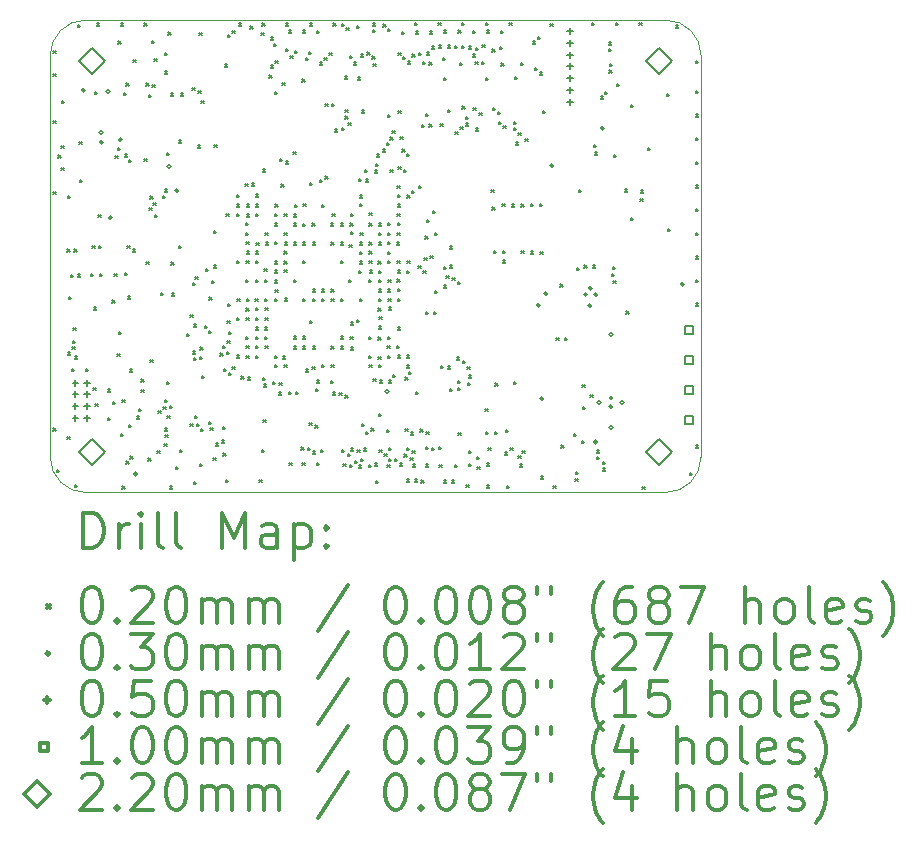
<source format=gbr>
%FSLAX45Y45*%
G04 Gerber Fmt 4.5, Leading zero omitted, Abs format (unit mm)*
G04 Created by KiCad (PCBNEW 5.1.9+dfsg1-1+deb11u1) date 2022-10-19 12:22:02*
%MOMM*%
%LPD*%
G01*
G04 APERTURE LIST*
%TA.AperFunction,Profile*%
%ADD10C,0.100000*%
%TD*%
%ADD11C,0.200000*%
%ADD12C,0.300000*%
G04 APERTURE END LIST*
D10*
X14921000Y-10914499D02*
G75*
G02*
X14621000Y-11214500I-300000J0D01*
G01*
X14620999Y-7214500D02*
G75*
G02*
X14921000Y-7514500I1J-300001D01*
G01*
X9710000Y-11214500D02*
G75*
G02*
X9410000Y-10914500I0J300000D01*
G01*
X9410000Y-7514500D02*
G75*
G02*
X9710000Y-7214499I300000J0D01*
G01*
X14921000Y-10914499D02*
X14921000Y-7514500D01*
X9410000Y-10914500D02*
X9410000Y-7514500D01*
X9710000Y-11214500D02*
X14621000Y-11214500D01*
X9710000Y-7214499D02*
X14620999Y-7214500D01*
D11*
X9437000Y-7671000D02*
X9457000Y-7691000D01*
X9457000Y-7671000D02*
X9437000Y-7691000D01*
X9437000Y-8070000D02*
X9457000Y-8090000D01*
X9457000Y-8070000D02*
X9437000Y-8090000D01*
X9437000Y-10671000D02*
X9457000Y-10691000D01*
X9457000Y-10671000D02*
X9437000Y-10691000D01*
X9438000Y-7475000D02*
X9458000Y-7495000D01*
X9458000Y-7475000D02*
X9438000Y-7495000D01*
X9438000Y-8671000D02*
X9458000Y-8691000D01*
X9458000Y-8671000D02*
X9438000Y-8691000D01*
X9466000Y-11025000D02*
X9486000Y-11045000D01*
X9486000Y-11025000D02*
X9466000Y-11045000D01*
X9479000Y-8361000D02*
X9499000Y-8381000D01*
X9499000Y-8361000D02*
X9479000Y-8381000D01*
X9503000Y-8281000D02*
X9523000Y-8301000D01*
X9523000Y-8281000D02*
X9503000Y-8301000D01*
X9503349Y-8464000D02*
X9523349Y-8484000D01*
X9523349Y-8464000D02*
X9503349Y-8484000D01*
X9507000Y-7899000D02*
X9527000Y-7919000D01*
X9527000Y-7899000D02*
X9507000Y-7919000D01*
X9555000Y-10743000D02*
X9575000Y-10763000D01*
X9575000Y-10743000D02*
X9555000Y-10763000D01*
X9555474Y-9156796D02*
X9575474Y-9176796D01*
X9575474Y-9156796D02*
X9555474Y-9176796D01*
X9557803Y-10029000D02*
X9577803Y-10049000D01*
X9577803Y-10029000D02*
X9557803Y-10049000D01*
X9559000Y-8703000D02*
X9579000Y-8723000D01*
X9579000Y-8703000D02*
X9559000Y-8723000D01*
X9569000Y-9557000D02*
X9589000Y-9577000D01*
X9589000Y-9557000D02*
X9569000Y-9577000D01*
X9586708Y-9369093D02*
X9606708Y-9389093D01*
X9606708Y-9369093D02*
X9586708Y-9389093D01*
X9595000Y-10167000D02*
X9615000Y-10187000D01*
X9615000Y-10167000D02*
X9595000Y-10187000D01*
X9595953Y-9982609D02*
X9615953Y-10002609D01*
X9615953Y-9982609D02*
X9595953Y-10002609D01*
X9599000Y-9928000D02*
X9619000Y-9948000D01*
X9619000Y-9928000D02*
X9599000Y-9948000D01*
X9605000Y-9820000D02*
X9625000Y-9840000D01*
X9625000Y-9820000D02*
X9605000Y-9840000D01*
X9614000Y-9156796D02*
X9634000Y-9176796D01*
X9634000Y-9156796D02*
X9614000Y-9176796D01*
X9618000Y-11150000D02*
X9638000Y-11170000D01*
X9638000Y-11150000D02*
X9618000Y-11170000D01*
X9619901Y-10062327D02*
X9639901Y-10082327D01*
X9639901Y-10062327D02*
X9619901Y-10082327D01*
X9642207Y-9367999D02*
X9662207Y-9387999D01*
X9662207Y-9367999D02*
X9642207Y-9387999D01*
X9644000Y-7257000D02*
X9664000Y-7277000D01*
X9664000Y-7257000D02*
X9644000Y-7277000D01*
X9656921Y-8247994D02*
X9676921Y-8267994D01*
X9676921Y-8247994D02*
X9656921Y-8267994D01*
X9662000Y-8568000D02*
X9682000Y-8588000D01*
X9682000Y-8568000D02*
X9662000Y-8588000D01*
X9709000Y-10169000D02*
X9729000Y-10189000D01*
X9729000Y-10169000D02*
X9709000Y-10189000D01*
X9755000Y-9363000D02*
X9775000Y-9383000D01*
X9775000Y-9363000D02*
X9755000Y-9383000D01*
X9765700Y-9128000D02*
X9785700Y-9148000D01*
X9785700Y-9128000D02*
X9765700Y-9148000D01*
X9776385Y-10330331D02*
X9796385Y-10350331D01*
X9796385Y-10330331D02*
X9776385Y-10350331D01*
X9776999Y-9647000D02*
X9796999Y-9667000D01*
X9796999Y-9647000D02*
X9776999Y-9667000D01*
X9787000Y-7824651D02*
X9807000Y-7844651D01*
X9807000Y-7824651D02*
X9787000Y-7844651D01*
X9792000Y-10462000D02*
X9812000Y-10482000D01*
X9812000Y-10462000D02*
X9792000Y-10482000D01*
X9806000Y-7241000D02*
X9826000Y-7261000D01*
X9826000Y-7241000D02*
X9806000Y-7261000D01*
X9816000Y-8862000D02*
X9836000Y-8882000D01*
X9836000Y-8862000D02*
X9816000Y-8882000D01*
X9820300Y-9128000D02*
X9840300Y-9148000D01*
X9840300Y-9128000D02*
X9820300Y-9148000D01*
X9832000Y-9364000D02*
X9852000Y-9384000D01*
X9852000Y-9364000D02*
X9832000Y-9384000D01*
X9895462Y-10340508D02*
X9915462Y-10360508D01*
X9915462Y-10340508D02*
X9895462Y-10360508D01*
X9897402Y-10584000D02*
X9917402Y-10604000D01*
X9917402Y-10584000D02*
X9897402Y-10604000D01*
X9936000Y-9587000D02*
X9956000Y-9607000D01*
X9956000Y-9587000D02*
X9936000Y-9607000D01*
X9938256Y-10446197D02*
X9958256Y-10466197D01*
X9958256Y-10446197D02*
X9938256Y-10466197D01*
X9952000Y-9363000D02*
X9972000Y-9383000D01*
X9972000Y-9363000D02*
X9952000Y-9383000D01*
X9960000Y-8364000D02*
X9980000Y-8384000D01*
X9980000Y-8364000D02*
X9960000Y-8384000D01*
X9978000Y-10040000D02*
X9998000Y-10060000D01*
X9998000Y-10040000D02*
X9978000Y-10060000D01*
X9982000Y-8298000D02*
X10002000Y-8318000D01*
X10002000Y-8298000D02*
X9982000Y-8318000D01*
X9985651Y-7393022D02*
X10005651Y-7413022D01*
X10005651Y-7393022D02*
X9985651Y-7413022D01*
X9989000Y-9853000D02*
X10009000Y-9873000D01*
X10009000Y-9853000D02*
X9989000Y-9873000D01*
X10006000Y-7241000D02*
X10026000Y-7261000D01*
X10026000Y-7241000D02*
X10006000Y-7261000D01*
X10009289Y-10716711D02*
X10029289Y-10736711D01*
X10029289Y-10716711D02*
X10009289Y-10736711D01*
X10020001Y-10431431D02*
X10040001Y-10451431D01*
X10040001Y-10431431D02*
X10020001Y-10451431D01*
X10022000Y-11161000D02*
X10042000Y-11181000D01*
X10042000Y-11161000D02*
X10022000Y-11181000D01*
X10033000Y-7833000D02*
X10053000Y-7853000D01*
X10053000Y-7833000D02*
X10033000Y-7853000D01*
X10040051Y-8352000D02*
X10060051Y-8372000D01*
X10060051Y-8352000D02*
X10040051Y-8372000D01*
X10042000Y-9354000D02*
X10062000Y-9374000D01*
X10062000Y-9354000D02*
X10042000Y-9374000D01*
X10053766Y-10949888D02*
X10073766Y-10969888D01*
X10073766Y-10949888D02*
X10053766Y-10969888D01*
X10055349Y-7750253D02*
X10075349Y-7770253D01*
X10075349Y-7750253D02*
X10055349Y-7770253D01*
X10062000Y-9124000D02*
X10082000Y-9144000D01*
X10082000Y-9124000D02*
X10062000Y-9144000D01*
X10065047Y-9554064D02*
X10085047Y-9574064D01*
X10085047Y-9554064D02*
X10065047Y-9574064D01*
X10073327Y-10639327D02*
X10093327Y-10659327D01*
X10093327Y-10639327D02*
X10073327Y-10659327D01*
X10074228Y-8399664D02*
X10094228Y-8419664D01*
X10094228Y-8399664D02*
X10074228Y-8419664D01*
X10084000Y-10171000D02*
X10104000Y-10191000D01*
X10104000Y-10171000D02*
X10084000Y-10191000D01*
X10089425Y-10906696D02*
X10109425Y-10926696D01*
X10109425Y-10906696D02*
X10089425Y-10926696D01*
X10111000Y-9156000D02*
X10131000Y-9176000D01*
X10131000Y-9156000D02*
X10111000Y-9176000D01*
X10113000Y-7550000D02*
X10133000Y-7570000D01*
X10133000Y-7550000D02*
X10113000Y-7570000D01*
X10144038Y-10568617D02*
X10164038Y-10588617D01*
X10164038Y-10568617D02*
X10144038Y-10588617D01*
X10162566Y-10504059D02*
X10182566Y-10524059D01*
X10182566Y-10504059D02*
X10162566Y-10524059D01*
X10181598Y-10255246D02*
X10201598Y-10275246D01*
X10201598Y-10255246D02*
X10181598Y-10275246D01*
X10181598Y-10346432D02*
X10201598Y-10366432D01*
X10201598Y-10346432D02*
X10181598Y-10366432D01*
X10206000Y-7241000D02*
X10226000Y-7261000D01*
X10226000Y-7241000D02*
X10206000Y-7261000D01*
X10208000Y-8389999D02*
X10228000Y-8409999D01*
X10228000Y-8389999D02*
X10208000Y-8409999D01*
X10222701Y-7750303D02*
X10242701Y-7770303D01*
X10242701Y-7750303D02*
X10222701Y-7770303D01*
X10223581Y-9261093D02*
X10243581Y-9281093D01*
X10243581Y-9261093D02*
X10223581Y-9281093D01*
X10240998Y-10925865D02*
X10260998Y-10945865D01*
X10260998Y-10925865D02*
X10240998Y-10945865D01*
X10243560Y-7847654D02*
X10263560Y-7867654D01*
X10263560Y-7847654D02*
X10243560Y-7867654D01*
X10249855Y-8805349D02*
X10269855Y-8825349D01*
X10269855Y-8805349D02*
X10249855Y-8825349D01*
X10256520Y-10089050D02*
X10276520Y-10109050D01*
X10276520Y-10089050D02*
X10256520Y-10109050D01*
X10257671Y-8707179D02*
X10277671Y-8727179D01*
X10277671Y-8707179D02*
X10257671Y-8727179D01*
X10269000Y-7391651D02*
X10289000Y-7411651D01*
X10289000Y-7391651D02*
X10269000Y-7411651D01*
X10276234Y-7761303D02*
X10296234Y-7781303D01*
X10296234Y-7761303D02*
X10276234Y-7781303D01*
X10283991Y-8762734D02*
X10303991Y-8782734D01*
X10303991Y-8762734D02*
X10283991Y-8782734D01*
X10290647Y-7541223D02*
X10310647Y-7561223D01*
X10310647Y-7541223D02*
X10290647Y-7561223D01*
X10296000Y-8865000D02*
X10316000Y-8885000D01*
X10316000Y-8865000D02*
X10296000Y-8885000D01*
X10315745Y-10859192D02*
X10335745Y-10879192D01*
X10335745Y-10859192D02*
X10315745Y-10879192D01*
X10324743Y-10522687D02*
X10344743Y-10542687D01*
X10344743Y-10522687D02*
X10324743Y-10542687D01*
X10344500Y-9521500D02*
X10364500Y-9541500D01*
X10364500Y-9521500D02*
X10344500Y-9541500D01*
X10362359Y-8700004D02*
X10382359Y-8720004D01*
X10382359Y-8700004D02*
X10362359Y-8720004D01*
X10368547Y-10487902D02*
X10388547Y-10507902D01*
X10388547Y-10487902D02*
X10368547Y-10507902D01*
X10376693Y-10803660D02*
X10396693Y-10823660D01*
X10396693Y-10803660D02*
X10376693Y-10823660D01*
X10378428Y-10671511D02*
X10398428Y-10691511D01*
X10398428Y-10671511D02*
X10378428Y-10691511D01*
X10378999Y-10430000D02*
X10398999Y-10450000D01*
X10398999Y-10430000D02*
X10378999Y-10450000D01*
X10379000Y-7493000D02*
X10399000Y-7513000D01*
X10399000Y-7493000D02*
X10379000Y-7513000D01*
X10379000Y-8648000D02*
X10399000Y-8668000D01*
X10399000Y-8648000D02*
X10379000Y-8668000D01*
X10381816Y-7647190D02*
X10401816Y-7667190D01*
X10401816Y-7647190D02*
X10381816Y-7667190D01*
X10384279Y-10725849D02*
X10404279Y-10745849D01*
X10404279Y-10725849D02*
X10384279Y-10745849D01*
X10398000Y-10278000D02*
X10418000Y-10298000D01*
X10418000Y-10278000D02*
X10398000Y-10298000D01*
X10398124Y-8337841D02*
X10418124Y-8357841D01*
X10418124Y-8337841D02*
X10398124Y-8357841D01*
X10401159Y-10566108D02*
X10421159Y-10586108D01*
X10421159Y-10566108D02*
X10401159Y-10586108D01*
X10411000Y-7319000D02*
X10431000Y-7339000D01*
X10431000Y-7319000D02*
X10411000Y-7339000D01*
X10422000Y-11161000D02*
X10442000Y-11181000D01*
X10442000Y-11161000D02*
X10422000Y-11181000D01*
X10423126Y-10481844D02*
X10443126Y-10501844D01*
X10443126Y-10481844D02*
X10423126Y-10501844D01*
X10433527Y-7835473D02*
X10453527Y-7855473D01*
X10453527Y-7835473D02*
X10433527Y-7855473D01*
X10437000Y-9266598D02*
X10457000Y-9286598D01*
X10457000Y-9266598D02*
X10437000Y-9286598D01*
X10441801Y-9527737D02*
X10461801Y-9547737D01*
X10461801Y-9527737D02*
X10441801Y-9547737D01*
X10473754Y-10999246D02*
X10493754Y-11019246D01*
X10493754Y-10999246D02*
X10473754Y-11019246D01*
X10496554Y-9124015D02*
X10516554Y-9144015D01*
X10516554Y-9124015D02*
X10496554Y-9144015D01*
X10500651Y-8232749D02*
X10520651Y-8252749D01*
X10520651Y-8232749D02*
X10500651Y-8252749D01*
X10506000Y-10851000D02*
X10526000Y-10871000D01*
X10526000Y-10851000D02*
X10506000Y-10871000D01*
X10516000Y-7835000D02*
X10536000Y-7855000D01*
X10536000Y-7835000D02*
X10516000Y-7855000D01*
X10565803Y-9868548D02*
X10585803Y-9888548D01*
X10585803Y-9868548D02*
X10565803Y-9888548D01*
X10595605Y-10634572D02*
X10615605Y-10654572D01*
X10615605Y-10634572D02*
X10595605Y-10654572D01*
X10597370Y-9712001D02*
X10617370Y-9732001D01*
X10617370Y-9712001D02*
X10597370Y-9732001D01*
X10614500Y-7788393D02*
X10634500Y-7808393D01*
X10634500Y-7788393D02*
X10614500Y-7808393D01*
X10615872Y-10020310D02*
X10635872Y-10040310D01*
X10635872Y-10020310D02*
X10615872Y-10040310D01*
X10617067Y-9437717D02*
X10637067Y-9457717D01*
X10637067Y-9437717D02*
X10617067Y-9457717D01*
X10625250Y-10075929D02*
X10645250Y-10095929D01*
X10645250Y-10075929D02*
X10625250Y-10095929D01*
X10625539Y-11126461D02*
X10645539Y-11146461D01*
X10645539Y-11126461D02*
X10625539Y-11146461D01*
X10627000Y-9791000D02*
X10647000Y-9811000D01*
X10647000Y-9791000D02*
X10627000Y-9811000D01*
X10635606Y-10564323D02*
X10655606Y-10584323D01*
X10655606Y-10564323D02*
X10635606Y-10584323D01*
X10639612Y-9387988D02*
X10659612Y-9407988D01*
X10659612Y-9387988D02*
X10639612Y-9407988D01*
X10650203Y-10633962D02*
X10670203Y-10653962D01*
X10670203Y-10633962D02*
X10650203Y-10653962D01*
X10661000Y-8276000D02*
X10681000Y-8296000D01*
X10681000Y-8276000D02*
X10661000Y-8296000D01*
X10663095Y-7815651D02*
X10683095Y-7835651D01*
X10683095Y-7815651D02*
X10663095Y-7835651D01*
X10672000Y-7325000D02*
X10692000Y-7345000D01*
X10692000Y-7325000D02*
X10672000Y-7345000D01*
X10676212Y-10970257D02*
X10696212Y-10990257D01*
X10696212Y-10970257D02*
X10676212Y-10990257D01*
X10679119Y-10066323D02*
X10699119Y-10086323D01*
X10699119Y-10066323D02*
X10679119Y-10086323D01*
X10680697Y-9986322D02*
X10700697Y-10006322D01*
X10700697Y-9986322D02*
X10680697Y-10006322D01*
X10685588Y-10675546D02*
X10705588Y-10695546D01*
X10705588Y-10675546D02*
X10685588Y-10695546D01*
X10691000Y-7897000D02*
X10711000Y-7917000D01*
X10711000Y-7897000D02*
X10691000Y-7917000D01*
X10695645Y-10229152D02*
X10715645Y-10249152D01*
X10715645Y-10229152D02*
X10695645Y-10249152D01*
X10718268Y-9805698D02*
X10738268Y-9825698D01*
X10738268Y-9805698D02*
X10718268Y-9825698D01*
X10729069Y-9322650D02*
X10749069Y-9342650D01*
X10749069Y-9322650D02*
X10729069Y-9342650D01*
X10753716Y-9847655D02*
X10773716Y-9867655D01*
X10773716Y-9847655D02*
X10753716Y-9867655D01*
X10755606Y-10615035D02*
X10775606Y-10635035D01*
X10775606Y-10615035D02*
X10755606Y-10635035D01*
X10757749Y-9562567D02*
X10777749Y-9582567D01*
X10777749Y-9562567D02*
X10757749Y-9582567D01*
X10765682Y-10668698D02*
X10785682Y-10688698D01*
X10785682Y-10668698D02*
X10765682Y-10688698D01*
X10780867Y-9421409D02*
X10800867Y-9441409D01*
X10800867Y-9421409D02*
X10780867Y-9441409D01*
X10790777Y-10919923D02*
X10810777Y-10939923D01*
X10810777Y-10919923D02*
X10790777Y-10939923D01*
X10794637Y-9289992D02*
X10814637Y-9309992D01*
X10814637Y-9289992D02*
X10794637Y-9309992D01*
X10794754Y-8999246D02*
X10814754Y-9019246D01*
X10814754Y-8999246D02*
X10794754Y-9019246D01*
X10801000Y-8271000D02*
X10821000Y-8291000D01*
X10821000Y-8271000D02*
X10801000Y-8291000D01*
X10810620Y-10796921D02*
X10830620Y-10816921D01*
X10830620Y-10796921D02*
X10810620Y-10816921D01*
X10849000Y-10035000D02*
X10869000Y-10055000D01*
X10869000Y-10035000D02*
X10849000Y-10055000D01*
X10864448Y-10772509D02*
X10884448Y-10792509D01*
X10884448Y-10772509D02*
X10864448Y-10792509D01*
X10871084Y-10655921D02*
X10891084Y-10675921D01*
X10891084Y-10655921D02*
X10871084Y-10675921D01*
X10871993Y-9972476D02*
X10891993Y-9992476D01*
X10891993Y-9972476D02*
X10871993Y-9992476D01*
X10875301Y-10884324D02*
X10895301Y-10904324D01*
X10895301Y-10884324D02*
X10875301Y-10904324D01*
X10878251Y-10165803D02*
X10898251Y-10185803D01*
X10898251Y-10165803D02*
X10878251Y-10185803D01*
X10890349Y-7588000D02*
X10910349Y-7608000D01*
X10910349Y-7588000D02*
X10890349Y-7608000D01*
X10899424Y-11106658D02*
X10919424Y-11126658D01*
X10919424Y-11106658D02*
X10899424Y-11126658D01*
X10902000Y-8856000D02*
X10922000Y-8876000D01*
X10922000Y-8856000D02*
X10902000Y-8876000D01*
X10903595Y-10022832D02*
X10923595Y-10042832D01*
X10923595Y-10022832D02*
X10903595Y-10042832D01*
X10908990Y-9761602D02*
X10928990Y-9781602D01*
X10928990Y-9761602D02*
X10908990Y-9781602D01*
X10909781Y-9932475D02*
X10929781Y-9952475D01*
X10929781Y-9932475D02*
X10909781Y-9952475D01*
X10911967Y-7341130D02*
X10931967Y-7361130D01*
X10931967Y-7341130D02*
X10911967Y-7361130D01*
X10913954Y-9618000D02*
X10933954Y-9638000D01*
X10933954Y-9618000D02*
X10913954Y-9638000D01*
X10920172Y-10200788D02*
X10940172Y-10220788D01*
X10940172Y-10200788D02*
X10920172Y-10220788D01*
X10921017Y-9852440D02*
X10941017Y-9872440D01*
X10941017Y-9852440D02*
X10921017Y-9872440D01*
X10950855Y-10153015D02*
X10970855Y-10173015D01*
X10970855Y-10153015D02*
X10950855Y-10173015D01*
X10952000Y-7304000D02*
X10972000Y-7324000D01*
X10972000Y-7304000D02*
X10952000Y-7324000D01*
X10988972Y-9736051D02*
X11008972Y-9756051D01*
X11008972Y-9736051D02*
X10988972Y-9756051D01*
X10989948Y-10051898D02*
X11009948Y-10071898D01*
X11009948Y-10051898D02*
X10989948Y-10071898D01*
X10990000Y-8856000D02*
X11010000Y-8876000D01*
X11010000Y-8856000D02*
X10990000Y-8876000D01*
X10991000Y-8692999D02*
X11011000Y-8712999D01*
X11011000Y-8692999D02*
X10991000Y-8712999D01*
X10991000Y-8775000D02*
X11011000Y-8795000D01*
X11011000Y-8775000D02*
X10991000Y-8795000D01*
X10991028Y-9253261D02*
X11011028Y-9273261D01*
X11011028Y-9253261D02*
X10991028Y-9273261D01*
X10993910Y-9576236D02*
X11013910Y-9596236D01*
X11013910Y-9576236D02*
X10993910Y-9596236D01*
X11006000Y-7241000D02*
X11026000Y-7261000D01*
X11026000Y-7241000D02*
X11006000Y-7261000D01*
X11027572Y-10231575D02*
X11047572Y-10251575D01*
X11047572Y-10231575D02*
X11027572Y-10251575D01*
X11060803Y-8598373D02*
X11080803Y-8618373D01*
X11080803Y-8598373D02*
X11060803Y-8618373D01*
X11067000Y-9015000D02*
X11087000Y-9035000D01*
X11087000Y-9015000D02*
X11067000Y-9035000D01*
X11067999Y-9893836D02*
X11087999Y-9913836D01*
X11087999Y-9893836D02*
X11067999Y-9913836D01*
X11068000Y-8932000D02*
X11088000Y-8952000D01*
X11088000Y-8932000D02*
X11068000Y-8952000D01*
X11068999Y-9413554D02*
X11088999Y-9433554D01*
X11088999Y-9413554D02*
X11068999Y-9433554D01*
X11070999Y-9254048D02*
X11090999Y-9274048D01*
X11090999Y-9254048D02*
X11070999Y-9274048D01*
X11070999Y-9975001D02*
X11090999Y-9995001D01*
X11090999Y-9975001D02*
X11070999Y-9995001D01*
X11070999Y-10055002D02*
X11090999Y-10075002D01*
X11090999Y-10055002D02*
X11070999Y-10075002D01*
X11071001Y-9656668D02*
X11091001Y-9676668D01*
X11091001Y-9656668D02*
X11071001Y-9676668D01*
X11071087Y-9090656D02*
X11091087Y-9110656D01*
X11091087Y-9090656D02*
X11071087Y-9110656D01*
X11072003Y-9737594D02*
X11092003Y-9757594D01*
X11092003Y-9737594D02*
X11072003Y-9757594D01*
X11072298Y-8860753D02*
X11092298Y-8880753D01*
X11092298Y-8860753D02*
X11072298Y-8880753D01*
X11074102Y-8773948D02*
X11094102Y-8793948D01*
X11094102Y-8773948D02*
X11074102Y-8793948D01*
X11074367Y-9575803D02*
X11094367Y-9595803D01*
X11094367Y-9575803D02*
X11074367Y-9595803D01*
X11075862Y-9171369D02*
X11095862Y-9191369D01*
X11095862Y-9171369D02*
X11075862Y-9191369D01*
X11081568Y-10239683D02*
X11101568Y-10259683D01*
X11101568Y-10239683D02*
X11081568Y-10259683D01*
X11105000Y-7269000D02*
X11125000Y-7289000D01*
X11125000Y-7269000D02*
X11105000Y-7289000D01*
X11116000Y-8597000D02*
X11136000Y-8617000D01*
X11136000Y-8597000D02*
X11116000Y-8617000D01*
X11147347Y-9575538D02*
X11167347Y-9595538D01*
X11167347Y-9575538D02*
X11147347Y-9595538D01*
X11149345Y-8853207D02*
X11169345Y-8873207D01*
X11169345Y-8853207D02*
X11149345Y-8873207D01*
X11150000Y-8776000D02*
X11170000Y-8796000D01*
X11170000Y-8776000D02*
X11150000Y-8796000D01*
X11151000Y-8690754D02*
X11171000Y-8710754D01*
X11171000Y-8690754D02*
X11151000Y-8710754D01*
X11151000Y-9815000D02*
X11171000Y-9835000D01*
X11171000Y-9815000D02*
X11151000Y-9835000D01*
X11151000Y-9975000D02*
X11171000Y-9995000D01*
X11171000Y-9975000D02*
X11151000Y-9995000D01*
X11151000Y-10055000D02*
X11171000Y-10075000D01*
X11171000Y-10055000D02*
X11151000Y-10075000D01*
X11151001Y-9413000D02*
X11171001Y-9433000D01*
X11171001Y-9413000D02*
X11151001Y-9433000D01*
X11151001Y-9895000D02*
X11171001Y-9915000D01*
X11171001Y-9895000D02*
X11151001Y-9915000D01*
X11151084Y-9650999D02*
X11171084Y-9670999D01*
X11171084Y-9650999D02*
X11151084Y-9670999D01*
X11152000Y-9172000D02*
X11172000Y-9192000D01*
X11172000Y-9172000D02*
X11152000Y-9192000D01*
X11152001Y-9253948D02*
X11172001Y-9273948D01*
X11172001Y-9253948D02*
X11152001Y-9273948D01*
X11153062Y-9734990D02*
X11173062Y-9754990D01*
X11173062Y-9734990D02*
X11153062Y-9754990D01*
X11153971Y-9097971D02*
X11173971Y-9117971D01*
X11173971Y-9097971D02*
X11153971Y-9117971D01*
X11181701Y-11106658D02*
X11201701Y-11126658D01*
X11201701Y-11106658D02*
X11181701Y-11126658D01*
X11199000Y-7325000D02*
X11219000Y-7345000D01*
X11219000Y-7325000D02*
X11199000Y-7345000D01*
X11199289Y-10853248D02*
X11219289Y-10873248D01*
X11219289Y-10853248D02*
X11199289Y-10873248D01*
X11206000Y-7241000D02*
X11226000Y-7261000D01*
X11226000Y-7241000D02*
X11206000Y-7261000D01*
X11209285Y-8478715D02*
X11229285Y-8498715D01*
X11229285Y-8478715D02*
X11209285Y-8498715D01*
X11212371Y-10242115D02*
X11232371Y-10262115D01*
X11232371Y-10242115D02*
X11212371Y-10262115D01*
X11214299Y-10598967D02*
X11234299Y-10618967D01*
X11234299Y-10598967D02*
X11214299Y-10618967D01*
X11217497Y-10298611D02*
X11237497Y-10318611D01*
X11237497Y-10298611D02*
X11217497Y-10318611D01*
X11223985Y-9320845D02*
X11243985Y-9340845D01*
X11243985Y-9320845D02*
X11223985Y-9340845D01*
X11227197Y-9895092D02*
X11247197Y-9915092D01*
X11247197Y-9895092D02*
X11227197Y-9915092D01*
X11227640Y-9815091D02*
X11247640Y-9835091D01*
X11247640Y-9815091D02*
X11227640Y-9835091D01*
X11229000Y-9575000D02*
X11249000Y-9595000D01*
X11249000Y-9575000D02*
X11229000Y-9595000D01*
X11229202Y-9412999D02*
X11249202Y-9432999D01*
X11249202Y-9412999D02*
X11229202Y-9432999D01*
X11231000Y-9014000D02*
X11251000Y-9034000D01*
X11251000Y-9014000D02*
X11231000Y-9034000D01*
X11231000Y-9975093D02*
X11251000Y-9995093D01*
X11251000Y-9975093D02*
X11231000Y-9995093D01*
X11231135Y-9650999D02*
X11251135Y-9670999D01*
X11251135Y-9650999D02*
X11231135Y-9670999D01*
X11231702Y-9735001D02*
X11251702Y-9755001D01*
X11251702Y-9735001D02*
X11231702Y-9755001D01*
X11233991Y-9096157D02*
X11253991Y-9116157D01*
X11253991Y-9096157D02*
X11233991Y-9116157D01*
X11265816Y-7683246D02*
X11285816Y-7703246D01*
X11285816Y-7683246D02*
X11265816Y-7703246D01*
X11277000Y-7360000D02*
X11297000Y-7380000D01*
X11297000Y-7360000D02*
X11277000Y-7380000D01*
X11277389Y-7598417D02*
X11297389Y-7618417D01*
X11297389Y-7598417D02*
X11277389Y-7618417D01*
X11296685Y-10278936D02*
X11316685Y-10298936D01*
X11316685Y-10278936D02*
X11296685Y-10298936D01*
X11306000Y-7418000D02*
X11326000Y-7438000D01*
X11326000Y-7418000D02*
X11306000Y-7438000D01*
X11309357Y-10135000D02*
X11329357Y-10155000D01*
X11329357Y-10135000D02*
X11309357Y-10155000D01*
X11310000Y-8854000D02*
X11330000Y-8874000D01*
X11330000Y-8854000D02*
X11310000Y-8874000D01*
X11310000Y-9332203D02*
X11330000Y-9352203D01*
X11330000Y-9332203D02*
X11310000Y-9352203D01*
X11310349Y-9094000D02*
X11330349Y-9114000D01*
X11330349Y-9094000D02*
X11310349Y-9114000D01*
X11310771Y-9419504D02*
X11330771Y-9439504D01*
X11330771Y-9419504D02*
X11310771Y-9439504D01*
X11310997Y-10055000D02*
X11330997Y-10075000D01*
X11330997Y-10055000D02*
X11310997Y-10075000D01*
X11312000Y-9256000D02*
X11332000Y-9276000D01*
X11332000Y-9256000D02*
X11312000Y-9276000D01*
X11312265Y-7823265D02*
X11332265Y-7843265D01*
X11332265Y-7823265D02*
X11312265Y-7843265D01*
X11313000Y-8937000D02*
X11333000Y-8957000D01*
X11333000Y-8937000D02*
X11313000Y-8957000D01*
X11314000Y-9576000D02*
X11334000Y-9596000D01*
X11334000Y-9576000D02*
X11314000Y-9596000D01*
X11314747Y-9496746D02*
X11334747Y-9516746D01*
X11334747Y-9496746D02*
X11314747Y-9516746D01*
X11315541Y-8774050D02*
X11335541Y-8794050D01*
X11335541Y-8774050D02*
X11315541Y-8794050D01*
X11315998Y-7559809D02*
X11335998Y-7579809D01*
X11335998Y-7559809D02*
X11315998Y-7579809D01*
X11347000Y-10367000D02*
X11367000Y-10387000D01*
X11367000Y-10367000D02*
X11347000Y-10387000D01*
X11350927Y-10285188D02*
X11370927Y-10305188D01*
X11370927Y-10285188D02*
X11350927Y-10305188D01*
X11354073Y-8389093D02*
X11374073Y-8409093D01*
X11374073Y-8389093D02*
X11354073Y-8409093D01*
X11365537Y-8606099D02*
X11385537Y-8626099D01*
X11385537Y-8606099D02*
X11365537Y-8626099D01*
X11376616Y-7744865D02*
X11396616Y-7764865D01*
X11396616Y-7744865D02*
X11376616Y-7764865D01*
X11381832Y-10062324D02*
X11401832Y-10082324D01*
X11401832Y-10062324D02*
X11381832Y-10082324D01*
X11390999Y-10135000D02*
X11410999Y-10155000D01*
X11410999Y-10135000D02*
X11390999Y-10155000D01*
X11391000Y-9016000D02*
X11411000Y-9036000D01*
X11411000Y-9016000D02*
X11391000Y-9036000D01*
X11391095Y-9331349D02*
X11411095Y-9351349D01*
X11411095Y-9331349D02*
X11391095Y-9351349D01*
X11391267Y-9172999D02*
X11411267Y-9192999D01*
X11411267Y-9172999D02*
X11391267Y-9192999D01*
X11391517Y-9255972D02*
X11411517Y-9275972D01*
X11411517Y-9255972D02*
X11391517Y-9275972D01*
X11392001Y-8854910D02*
X11412001Y-8874910D01*
X11412001Y-8854910D02*
X11392001Y-8874910D01*
X11395401Y-9571001D02*
X11415401Y-9591001D01*
X11415401Y-9571001D02*
X11395401Y-9591001D01*
X11398651Y-9097280D02*
X11418651Y-9117280D01*
X11418651Y-9097280D02*
X11398651Y-9117280D01*
X11405812Y-7456081D02*
X11425812Y-7476081D01*
X11425812Y-7456081D02*
X11405812Y-7476081D01*
X11406000Y-7241000D02*
X11426000Y-7261000D01*
X11426000Y-7241000D02*
X11406000Y-7261000D01*
X11407669Y-8409089D02*
X11427669Y-8429089D01*
X11427669Y-8409089D02*
X11407669Y-8429089D01*
X11430000Y-7302000D02*
X11450000Y-7322000D01*
X11450000Y-7302000D02*
X11430000Y-7322000D01*
X11432591Y-10361677D02*
X11452591Y-10381677D01*
X11452591Y-10361677D02*
X11432591Y-10381677D01*
X11433821Y-10962656D02*
X11453821Y-10982656D01*
X11453821Y-10962656D02*
X11433821Y-10982656D01*
X11444000Y-7514999D02*
X11464000Y-7534999D01*
X11464000Y-7514999D02*
X11444000Y-7534999D01*
X11468000Y-8328001D02*
X11488000Y-8348001D01*
X11488000Y-8328001D02*
X11468000Y-8348001D01*
X11471000Y-9095000D02*
X11491000Y-9115000D01*
X11491000Y-9095000D02*
X11471000Y-9115000D01*
X11471000Y-9415000D02*
X11491000Y-9435000D01*
X11491000Y-9415000D02*
X11471000Y-9435000D01*
X11471203Y-9892999D02*
X11491203Y-9912999D01*
X11491203Y-9892999D02*
X11471203Y-9912999D01*
X11471450Y-9978001D02*
X11491450Y-9998001D01*
X11491450Y-9978001D02*
X11471450Y-9998001D01*
X11473000Y-8935000D02*
X11493000Y-8955000D01*
X11493000Y-8935000D02*
X11473000Y-8955000D01*
X11475000Y-8858000D02*
X11495000Y-8878000D01*
X11495000Y-8858000D02*
X11475000Y-8878000D01*
X11480002Y-8778789D02*
X11500002Y-8798789D01*
X11500002Y-8778789D02*
X11480002Y-8798789D01*
X11481537Y-7474998D02*
X11501537Y-7494998D01*
X11501537Y-7474998D02*
X11481537Y-7494998D01*
X11489000Y-10360000D02*
X11509000Y-10380000D01*
X11509000Y-10360000D02*
X11489000Y-10380000D01*
X11537795Y-10830479D02*
X11557795Y-10850479D01*
X11557795Y-10830479D02*
X11537795Y-10850479D01*
X11545799Y-7715000D02*
X11565799Y-7735000D01*
X11565799Y-7715000D02*
X11545799Y-7735000D01*
X11546071Y-10960796D02*
X11566071Y-10980796D01*
X11566071Y-10960796D02*
X11546071Y-10980796D01*
X11547000Y-7302000D02*
X11567000Y-7322000D01*
X11567000Y-7302000D02*
X11547000Y-7322000D01*
X11549000Y-8939000D02*
X11569000Y-8959000D01*
X11569000Y-8939000D02*
X11549000Y-8959000D01*
X11551000Y-9095000D02*
X11571000Y-9115000D01*
X11571000Y-9095000D02*
X11551000Y-9115000D01*
X11551000Y-9255000D02*
X11571000Y-9275000D01*
X11571000Y-9255000D02*
X11551000Y-9275000D01*
X11551000Y-9575000D02*
X11571000Y-9595000D01*
X11571000Y-9575000D02*
X11551000Y-9595000D01*
X11551083Y-9978001D02*
X11571083Y-9998001D01*
X11571083Y-9978001D02*
X11551083Y-9998001D01*
X11551297Y-9892999D02*
X11571297Y-9912999D01*
X11571297Y-9892999D02*
X11551297Y-9912999D01*
X11552000Y-8773000D02*
X11572000Y-8793000D01*
X11572000Y-8773000D02*
X11552000Y-8793000D01*
X11573438Y-7534070D02*
X11593438Y-7554070D01*
X11593438Y-7534070D02*
X11573438Y-7554070D01*
X11576314Y-10171686D02*
X11596314Y-10191686D01*
X11596314Y-10171686D02*
X11576314Y-10191686D01*
X11592259Y-10834350D02*
X11612259Y-10854350D01*
X11612259Y-10834350D02*
X11592259Y-10854350D01*
X11598013Y-7483494D02*
X11618013Y-7503494D01*
X11618013Y-7483494D02*
X11598013Y-7503494D01*
X11603727Y-10623435D02*
X11623727Y-10643435D01*
X11623727Y-10623435D02*
X11603727Y-10643435D01*
X11605598Y-8592109D02*
X11625598Y-8612109D01*
X11625598Y-8592109D02*
X11605598Y-8612109D01*
X11606000Y-7241000D02*
X11626000Y-7261000D01*
X11626000Y-7241000D02*
X11606000Y-7261000D01*
X11607419Y-9758581D02*
X11627419Y-9778581D01*
X11627419Y-9758581D02*
X11607419Y-9778581D01*
X11628731Y-10148642D02*
X11648731Y-10168642D01*
X11648731Y-10148642D02*
X11628731Y-10168642D01*
X11629000Y-8935000D02*
X11649000Y-8955000D01*
X11649000Y-8935000D02*
X11629000Y-8955000D01*
X11631000Y-9095000D02*
X11651000Y-9115000D01*
X11651000Y-9095000D02*
X11631000Y-9115000D01*
X11631000Y-9495000D02*
X11651000Y-9515000D01*
X11651000Y-9495000D02*
X11631000Y-9515000D01*
X11631000Y-9575000D02*
X11651000Y-9595000D01*
X11651000Y-9575000D02*
X11631000Y-9595000D01*
X11631000Y-9978001D02*
X11651000Y-9998001D01*
X11651000Y-9978001D02*
X11631000Y-9998001D01*
X11635999Y-10867032D02*
X11655999Y-10887032D01*
X11655999Y-10867032D02*
X11635999Y-10887032D01*
X11654322Y-10644430D02*
X11674322Y-10664430D01*
X11674322Y-10644430D02*
X11654322Y-10664430D01*
X11659344Y-10335751D02*
X11679344Y-10355751D01*
X11679344Y-10335751D02*
X11659344Y-10355751D01*
X11665993Y-10960796D02*
X11685993Y-10980796D01*
X11685993Y-10960796D02*
X11665993Y-10980796D01*
X11666000Y-7303000D02*
X11686000Y-7323000D01*
X11686000Y-7303000D02*
X11666000Y-7323000D01*
X11667412Y-10265952D02*
X11687412Y-10285952D01*
X11687412Y-10265952D02*
X11667412Y-10285952D01*
X11692280Y-7573360D02*
X11712280Y-7593360D01*
X11712280Y-7573360D02*
X11692280Y-7593360D01*
X11694000Y-8569000D02*
X11714000Y-8589000D01*
X11714000Y-8569000D02*
X11694000Y-8589000D01*
X11703969Y-10851597D02*
X11723969Y-10871597D01*
X11723969Y-10851597D02*
X11703969Y-10871597D01*
X11711000Y-8779171D02*
X11731000Y-8799171D01*
X11731000Y-8779171D02*
X11711000Y-8799171D01*
X11711000Y-9495001D02*
X11731000Y-9515001D01*
X11731000Y-9495001D02*
X11711000Y-9515001D01*
X11711000Y-9575002D02*
X11731000Y-9595002D01*
X11731000Y-9575002D02*
X11711000Y-9595002D01*
X11711000Y-10135000D02*
X11731000Y-10155000D01*
X11731000Y-10135000D02*
X11711000Y-10155000D01*
X11731388Y-7535187D02*
X11751388Y-7555187D01*
X11751388Y-7535187D02*
X11731388Y-7555187D01*
X11739000Y-7926000D02*
X11759000Y-7946000D01*
X11759000Y-7926000D02*
X11739000Y-7946000D01*
X11739716Y-8539054D02*
X11759716Y-8559054D01*
X11759716Y-8539054D02*
X11739716Y-8559054D01*
X11772345Y-7494225D02*
X11792345Y-7514225D01*
X11792345Y-7494225D02*
X11772345Y-7514225D01*
X11788009Y-8936157D02*
X11808009Y-8956157D01*
X11808009Y-8936157D02*
X11788009Y-8956157D01*
X11788294Y-10267974D02*
X11808294Y-10287974D01*
X11808294Y-10267974D02*
X11788294Y-10287974D01*
X11791000Y-9095000D02*
X11811000Y-9115000D01*
X11811000Y-9095000D02*
X11791000Y-9115000D01*
X11791000Y-9495000D02*
X11811000Y-9515000D01*
X11811000Y-9495000D02*
X11791000Y-9515000D01*
X11791000Y-9575000D02*
X11811000Y-9595000D01*
X11811000Y-9575000D02*
X11791000Y-9595000D01*
X11791000Y-9978001D02*
X11811000Y-9998001D01*
X11811000Y-9978001D02*
X11791000Y-9998001D01*
X11791000Y-10135000D02*
X11811000Y-10155000D01*
X11811000Y-10135000D02*
X11791000Y-10155000D01*
X11796000Y-7924000D02*
X11816000Y-7944000D01*
X11816000Y-7924000D02*
X11796000Y-7944000D01*
X11797980Y-8857287D02*
X11817980Y-8877287D01*
X11817980Y-8857287D02*
X11797980Y-8877287D01*
X11800402Y-10365404D02*
X11820402Y-10385404D01*
X11820402Y-10365404D02*
X11800402Y-10385404D01*
X11806000Y-7241000D02*
X11826000Y-7261000D01*
X11826000Y-7241000D02*
X11806000Y-7261000D01*
X11822000Y-8140000D02*
X11842000Y-8160000D01*
X11842000Y-8140000D02*
X11822000Y-8160000D01*
X11858000Y-10372000D02*
X11878000Y-10392000D01*
X11878000Y-10372000D02*
X11858000Y-10392000D01*
X11868365Y-9893499D02*
X11888365Y-9913499D01*
X11888365Y-9893499D02*
X11868365Y-9913499D01*
X11869001Y-8934686D02*
X11889001Y-8954686D01*
X11889001Y-8934686D02*
X11869001Y-8954686D01*
X11869519Y-9978001D02*
X11889519Y-9998001D01*
X11889519Y-9978001D02*
X11869519Y-9998001D01*
X11870009Y-9095883D02*
X11890009Y-9115883D01*
X11890009Y-9095883D02*
X11870009Y-9115883D01*
X11871000Y-9255000D02*
X11891000Y-9275000D01*
X11891000Y-9255000D02*
X11871000Y-9275000D01*
X11871000Y-9575000D02*
X11891000Y-9595000D01*
X11891000Y-9575000D02*
X11871000Y-9595000D01*
X11877174Y-10851571D02*
X11897174Y-10871571D01*
X11897174Y-10851571D02*
X11877174Y-10871571D01*
X11879171Y-7244221D02*
X11899171Y-7264221D01*
X11899171Y-7244221D02*
X11879171Y-7264221D01*
X11881000Y-8129000D02*
X11901000Y-8149000D01*
X11901000Y-8129000D02*
X11881000Y-8149000D01*
X11891124Y-10974404D02*
X11911124Y-10994404D01*
X11911124Y-10974404D02*
X11891124Y-10994404D01*
X11905202Y-7691810D02*
X11925202Y-7711810D01*
X11925202Y-7691810D02*
X11905202Y-7711810D01*
X11909000Y-7973700D02*
X11929000Y-7993700D01*
X11929000Y-7973700D02*
X11909000Y-7993700D01*
X11909207Y-10392235D02*
X11929207Y-10412235D01*
X11929207Y-10392235D02*
X11909207Y-10412235D01*
X11909985Y-8029285D02*
X11929985Y-8049285D01*
X11929985Y-8029285D02*
X11909985Y-8049285D01*
X11917779Y-7282829D02*
X11937779Y-7302829D01*
X11937779Y-7282829D02*
X11917779Y-7302829D01*
X11928000Y-10888000D02*
X11948000Y-10908000D01*
X11948000Y-10888000D02*
X11928000Y-10908000D01*
X11933000Y-8082000D02*
X11953000Y-8102000D01*
X11953000Y-8082000D02*
X11933000Y-8102000D01*
X11938111Y-9415000D02*
X11958111Y-9435000D01*
X11958111Y-9415000D02*
X11938111Y-9435000D01*
X11942702Y-9115819D02*
X11962702Y-9135819D01*
X11962702Y-9115819D02*
X11942702Y-9135819D01*
X11945362Y-10981511D02*
X11965362Y-11001511D01*
X11965362Y-10981511D02*
X11945362Y-11001511D01*
X11946012Y-7519558D02*
X11966012Y-7539558D01*
X11966012Y-7519558D02*
X11946012Y-7539558D01*
X11951000Y-8935000D02*
X11971000Y-8955000D01*
X11971000Y-8935000D02*
X11951000Y-8955000D01*
X11951000Y-9894715D02*
X11971000Y-9914715D01*
X11971000Y-9894715D02*
X11951000Y-9914715D01*
X11952747Y-8856746D02*
X11972747Y-8876746D01*
X11972747Y-8856746D02*
X11952747Y-8876746D01*
X11953001Y-9985572D02*
X11973001Y-10005572D01*
X11973001Y-9985572D02*
X11953001Y-10005572D01*
X11953293Y-9008009D02*
X11973293Y-9028009D01*
X11973293Y-9008009D02*
X11953293Y-9028009D01*
X11957366Y-10839438D02*
X11977366Y-10859438D01*
X11977366Y-10839438D02*
X11957366Y-10859438D01*
X11958000Y-9774000D02*
X11978000Y-9794000D01*
X11978000Y-9774000D02*
X11958000Y-9794000D01*
X11981550Y-7573350D02*
X12001550Y-7593350D01*
X12001550Y-7573350D02*
X11981550Y-7593350D01*
X11986920Y-10945158D02*
X12006920Y-10965158D01*
X12006920Y-10945158D02*
X11986920Y-10965158D01*
X12004754Y-7262754D02*
X12024754Y-7282754D01*
X12024754Y-7262754D02*
X12004754Y-7282754D01*
X12008000Y-9750000D02*
X12028000Y-9770000D01*
X12028000Y-9750000D02*
X12008000Y-9770000D01*
X12010555Y-10851778D02*
X12030555Y-10871778D01*
X12030555Y-10851778D02*
X12010555Y-10871778D01*
X12016598Y-7700567D02*
X12036598Y-7720567D01*
X12036598Y-7700567D02*
X12016598Y-7720567D01*
X12022703Y-8558142D02*
X12042703Y-8578142D01*
X12042703Y-8558142D02*
X12022703Y-8578142D01*
X12024349Y-9335999D02*
X12044349Y-9355999D01*
X12044349Y-9335999D02*
X12024349Y-9355999D01*
X12025462Y-10983975D02*
X12045462Y-11003975D01*
X12045462Y-10983975D02*
X12025462Y-11003975D01*
X12028999Y-9094998D02*
X12048999Y-9114998D01*
X12048999Y-9094998D02*
X12028999Y-9114998D01*
X12029358Y-9174999D02*
X12049358Y-9194999D01*
X12049358Y-9174999D02*
X12029358Y-9194999D01*
X12029546Y-9257298D02*
X12049546Y-9277298D01*
X12049546Y-9257298D02*
X12029546Y-9277298D01*
X12031000Y-8697000D02*
X12051000Y-8717000D01*
X12051000Y-8697000D02*
X12031000Y-8717000D01*
X12031000Y-9575000D02*
X12051000Y-9595000D01*
X12051000Y-9575000D02*
X12031000Y-9595000D01*
X12031714Y-8772999D02*
X12051714Y-8792999D01*
X12051714Y-8772999D02*
X12031714Y-8792999D01*
X12035094Y-9014997D02*
X12055094Y-9034997D01*
X12055094Y-9014997D02*
X12035094Y-9034997D01*
X12040000Y-10931000D02*
X12060000Y-10951000D01*
X12060000Y-10931000D02*
X12040000Y-10951000D01*
X12042701Y-7504102D02*
X12062701Y-7524102D01*
X12062701Y-7504102D02*
X12042701Y-7524102D01*
X12047402Y-7979848D02*
X12067402Y-7999848D01*
X12067402Y-7979848D02*
X12047402Y-7999848D01*
X12050174Y-10634486D02*
X12070174Y-10654486D01*
X12070174Y-10634486D02*
X12050174Y-10654486D01*
X12064864Y-10840320D02*
X12084864Y-10860320D01*
X12084864Y-10840320D02*
X12064864Y-10860320D01*
X12073999Y-8483671D02*
X12093999Y-8503671D01*
X12093999Y-8483671D02*
X12073999Y-8503671D01*
X12083046Y-8564187D02*
X12103046Y-8584187D01*
X12103046Y-8564187D02*
X12083046Y-8584187D01*
X12083952Y-10699947D02*
X12103952Y-10719947D01*
X12103952Y-10699947D02*
X12083952Y-10719947D01*
X12095169Y-7488988D02*
X12115169Y-7508988D01*
X12115169Y-7488988D02*
X12095169Y-7508988D01*
X12106000Y-10981000D02*
X12126000Y-11001000D01*
X12126000Y-10981000D02*
X12106000Y-11001000D01*
X12108193Y-9414314D02*
X12128193Y-9434314D01*
X12128193Y-9414314D02*
X12108193Y-9434314D01*
X12109585Y-9893945D02*
X12129585Y-9913945D01*
X12129585Y-9893945D02*
X12109585Y-9913945D01*
X12109781Y-10055426D02*
X12129781Y-10075426D01*
X12129781Y-10055426D02*
X12109781Y-10075426D01*
X12110998Y-9095444D02*
X12130998Y-9115444D01*
X12130998Y-9095444D02*
X12110998Y-9115444D01*
X12111001Y-9253649D02*
X12131001Y-9273649D01*
X12131001Y-9253649D02*
X12111001Y-9273649D01*
X12111446Y-9171247D02*
X12131446Y-9191247D01*
X12131446Y-9171247D02*
X12111446Y-9191247D01*
X12112000Y-8937000D02*
X12132000Y-8957000D01*
X12132000Y-8937000D02*
X12112000Y-8957000D01*
X12113000Y-8849000D02*
X12133000Y-8869000D01*
X12133000Y-8849000D02*
X12113000Y-8869000D01*
X12113006Y-10132121D02*
X12133006Y-10152121D01*
X12133006Y-10132121D02*
X12113006Y-10152121D01*
X12113650Y-9333650D02*
X12133650Y-9353650D01*
X12133650Y-9333650D02*
X12113650Y-9353650D01*
X12130216Y-10670948D02*
X12150216Y-10690948D01*
X12150216Y-10670948D02*
X12130216Y-10690948D01*
X12138120Y-7522700D02*
X12158120Y-7542700D01*
X12158120Y-7522700D02*
X12138120Y-7542700D01*
X12140000Y-7243149D02*
X12160000Y-7263149D01*
X12160000Y-7243149D02*
X12140000Y-7263149D01*
X12140000Y-7297749D02*
X12160000Y-7317749D01*
X12160000Y-7297749D02*
X12140000Y-7317749D01*
X12145962Y-7583152D02*
X12165962Y-7603152D01*
X12165962Y-7583152D02*
X12145962Y-7603152D01*
X12146118Y-10250001D02*
X12166118Y-10270001D01*
X12166118Y-10250001D02*
X12146118Y-10270001D01*
X12158139Y-8487538D02*
X12178139Y-8507538D01*
X12178139Y-8487538D02*
X12158139Y-8507538D01*
X12158611Y-10966392D02*
X12178611Y-10986392D01*
X12178611Y-10966392D02*
X12158611Y-10986392D01*
X12167726Y-8433786D02*
X12187726Y-8453786D01*
X12187726Y-8433786D02*
X12167726Y-8453786D01*
X12169341Y-11117402D02*
X12189341Y-11137402D01*
X12189341Y-11117402D02*
X12169341Y-11137402D01*
X12177000Y-8350545D02*
X12197000Y-8370545D01*
X12197000Y-8350545D02*
X12177000Y-8370545D01*
X12187264Y-10063834D02*
X12207264Y-10083834D01*
X12207264Y-10063834D02*
X12187264Y-10083834D01*
X12188999Y-9256001D02*
X12208999Y-9276001D01*
X12208999Y-9256001D02*
X12188999Y-9276001D01*
X12189000Y-9655000D02*
X12209000Y-9675000D01*
X12209000Y-9655000D02*
X12189000Y-9675000D01*
X12189586Y-9900893D02*
X12209586Y-9920893D01*
X12209586Y-9900893D02*
X12189586Y-9920893D01*
X12189999Y-9573055D02*
X12209999Y-9593055D01*
X12209999Y-9573055D02*
X12189999Y-9593055D01*
X12190000Y-8937000D02*
X12210000Y-8957000D01*
X12210000Y-8937000D02*
X12190000Y-8957000D01*
X12190000Y-9015000D02*
X12210000Y-9035000D01*
X12210000Y-9015000D02*
X12190000Y-9035000D01*
X12190999Y-9095068D02*
X12210999Y-9115068D01*
X12210999Y-9095068D02*
X12190999Y-9115068D01*
X12191002Y-9412302D02*
X12211002Y-9432302D01*
X12211002Y-9412302D02*
X12191002Y-9432302D01*
X12192000Y-9495000D02*
X12212000Y-9515000D01*
X12212000Y-9495000D02*
X12192000Y-9515000D01*
X12193008Y-10135000D02*
X12213008Y-10155000D01*
X12213008Y-10135000D02*
X12193008Y-10155000D01*
X12193071Y-10547149D02*
X12213071Y-10567149D01*
X12213071Y-10547149D02*
X12193071Y-10567149D01*
X12193651Y-9336002D02*
X12213651Y-9356002D01*
X12213651Y-9336002D02*
X12193651Y-9356002D01*
X12193675Y-9807514D02*
X12213675Y-9827514D01*
X12213675Y-9807514D02*
X12193675Y-9827514D01*
X12195244Y-9726000D02*
X12215244Y-9746000D01*
X12215244Y-9726000D02*
X12195244Y-9746000D01*
X12195668Y-10854383D02*
X12215668Y-10874383D01*
X12215668Y-10854383D02*
X12195668Y-10874383D01*
X12198479Y-10265482D02*
X12218479Y-10285482D01*
X12218479Y-10265482D02*
X12198479Y-10285482D01*
X12223912Y-8308130D02*
X12243912Y-8328130D01*
X12243912Y-8308130D02*
X12223912Y-8328130D01*
X12230696Y-7251145D02*
X12250696Y-7271145D01*
X12250696Y-7251145D02*
X12230696Y-7271145D01*
X12239064Y-10887520D02*
X12259064Y-10907520D01*
X12259064Y-10887520D02*
X12239064Y-10907520D01*
X12259635Y-8251951D02*
X12279635Y-8271951D01*
X12279635Y-8251951D02*
X12259635Y-8271951D01*
X12261019Y-10684000D02*
X12281019Y-10704000D01*
X12281019Y-10684000D02*
X12261019Y-10704000D01*
X12264013Y-10981738D02*
X12284013Y-11001738D01*
X12284013Y-10981738D02*
X12264013Y-11001738D01*
X12264145Y-9972596D02*
X12284145Y-9992596D01*
X12284145Y-9972596D02*
X12264145Y-9992596D01*
X12267804Y-9014037D02*
X12287804Y-9034037D01*
X12287804Y-9014037D02*
X12267804Y-9034037D01*
X12269304Y-7289754D02*
X12289304Y-7309754D01*
X12289304Y-7289754D02*
X12269304Y-7309754D01*
X12269975Y-9898132D02*
X12289975Y-9918132D01*
X12289975Y-9898132D02*
X12269975Y-9918132D01*
X12270001Y-8932999D02*
X12290001Y-8952999D01*
X12290001Y-8932999D02*
X12270001Y-8952999D01*
X12270068Y-9255002D02*
X12290068Y-9275002D01*
X12290068Y-9255002D02*
X12270068Y-9275002D01*
X12270286Y-8015147D02*
X12290286Y-8035147D01*
X12290286Y-8015147D02*
X12270286Y-8035147D01*
X12270998Y-9494998D02*
X12290998Y-9514998D01*
X12290998Y-9494998D02*
X12270998Y-9514998D01*
X12271065Y-9175001D02*
X12291065Y-9195001D01*
X12291065Y-9175001D02*
X12271065Y-9195001D01*
X12271250Y-10058000D02*
X12291250Y-10078000D01*
X12291250Y-10058000D02*
X12271250Y-10078000D01*
X12271287Y-9094038D02*
X12291287Y-9114038D01*
X12291287Y-9094038D02*
X12271287Y-9114038D01*
X12271404Y-9411834D02*
X12291404Y-9431834D01*
X12291404Y-9411834D02*
X12271404Y-9431834D01*
X12273440Y-9576171D02*
X12293440Y-9596171D01*
X12293440Y-9576171D02*
X12273440Y-9596171D01*
X12275000Y-9648000D02*
X12295000Y-9668000D01*
X12295000Y-9648000D02*
X12275000Y-9668000D01*
X12275344Y-10928326D02*
X12295344Y-10948326D01*
X12295344Y-10928326D02*
X12275344Y-10948326D01*
X12277421Y-10835651D02*
X12297421Y-10855651D01*
X12297421Y-10835651D02*
X12277421Y-10855651D01*
X12278480Y-10263865D02*
X12298480Y-10283865D01*
X12298480Y-10263865D02*
X12278480Y-10283865D01*
X12290898Y-8481328D02*
X12310898Y-8501328D01*
X12310898Y-8481328D02*
X12290898Y-8501328D01*
X12291211Y-8207406D02*
X12311211Y-8227406D01*
X12311211Y-8207406D02*
X12291211Y-8227406D01*
X12305784Y-8154785D02*
X12325784Y-8174785D01*
X12325784Y-8154785D02*
X12305784Y-8174785D01*
X12310773Y-10218767D02*
X12330773Y-10238767D01*
X12330773Y-10218767D02*
X12310773Y-10238767D01*
X12329944Y-10928550D02*
X12349944Y-10948550D01*
X12349944Y-10928550D02*
X12329944Y-10948550D01*
X12344146Y-9972814D02*
X12364146Y-9992814D01*
X12364146Y-9972814D02*
X12344146Y-9992814D01*
X12346000Y-9095998D02*
X12366000Y-9115998D01*
X12366000Y-9095998D02*
X12346000Y-9115998D01*
X12347999Y-9014991D02*
X12367999Y-9034991D01*
X12367999Y-9014991D02*
X12347999Y-9034991D01*
X12348715Y-8854715D02*
X12368715Y-8874715D01*
X12368715Y-8854715D02*
X12348715Y-8874715D01*
X12350000Y-9410177D02*
X12370000Y-9430177D01*
X12370000Y-9410177D02*
X12350000Y-9430177D01*
X12350492Y-8619822D02*
X12370492Y-8639822D01*
X12370492Y-8619822D02*
X12350492Y-8639822D01*
X12350549Y-9251253D02*
X12370549Y-9271253D01*
X12370549Y-9251253D02*
X12350549Y-9271253D01*
X12351018Y-9490774D02*
X12371018Y-9510774D01*
X12371018Y-9490774D02*
X12351018Y-9510774D01*
X12351999Y-8696000D02*
X12371999Y-8716000D01*
X12371999Y-8696000D02*
X12351999Y-8716000D01*
X12352000Y-8776000D02*
X12372000Y-8796000D01*
X12372000Y-8776000D02*
X12352000Y-8796000D01*
X12352000Y-9333000D02*
X12372000Y-9353000D01*
X12372000Y-9333000D02*
X12352000Y-9353000D01*
X12352635Y-8932795D02*
X12372635Y-8952795D01*
X12372635Y-8932795D02*
X12352635Y-8952795D01*
X12352999Y-9816501D02*
X12372999Y-9836501D01*
X12372999Y-9816501D02*
X12352999Y-9836501D01*
X12354000Y-9575242D02*
X12374000Y-9595242D01*
X12374000Y-9575242D02*
X12354000Y-9595242D01*
X12355001Y-10053001D02*
X12375001Y-10073001D01*
X12375001Y-10053001D02*
X12355001Y-10073001D01*
X12356294Y-7489367D02*
X12376294Y-7509367D01*
X12376294Y-7489367D02*
X12356294Y-7509367D01*
X12358079Y-8455709D02*
X12378079Y-8475709D01*
X12378079Y-8455709D02*
X12358079Y-8475709D01*
X12358317Y-7985113D02*
X12378317Y-8005113D01*
X12378317Y-7985113D02*
X12358317Y-8005113D01*
X12369415Y-10968517D02*
X12389415Y-10988517D01*
X12389415Y-10968517D02*
X12369415Y-10988517D01*
X12373589Y-8203466D02*
X12393589Y-8223466D01*
X12393589Y-8203466D02*
X12373589Y-8223466D01*
X12386000Y-7312000D02*
X12406000Y-7332000D01*
X12406000Y-7312000D02*
X12386000Y-7332000D01*
X12390000Y-8309597D02*
X12410000Y-8329597D01*
X12410000Y-8309597D02*
X12390000Y-8329597D01*
X12395016Y-7527862D02*
X12415016Y-7547862D01*
X12415016Y-7527862D02*
X12395016Y-7547862D01*
X12405070Y-8483515D02*
X12425070Y-8503515D01*
X12425070Y-8483515D02*
X12405070Y-8503515D01*
X12408224Y-10890000D02*
X12428224Y-10910000D01*
X12428224Y-10890000D02*
X12408224Y-10910000D01*
X12417001Y-10238692D02*
X12437001Y-10258692D01*
X12437001Y-10238692D02*
X12417001Y-10258692D01*
X12417224Y-10678000D02*
X12437224Y-10698000D01*
X12437224Y-10678000D02*
X12417224Y-10698000D01*
X12427328Y-11102999D02*
X12447328Y-11122999D01*
X12447328Y-11102999D02*
X12427328Y-11122999D01*
X12428551Y-10053924D02*
X12448551Y-10073924D01*
X12448551Y-10053924D02*
X12428551Y-10073924D01*
X12429129Y-10833859D02*
X12449129Y-10853859D01*
X12449129Y-10833859D02*
X12429129Y-10853859D01*
X12431000Y-9338001D02*
X12451000Y-9358001D01*
X12451000Y-9338001D02*
X12431000Y-9358001D01*
X12431000Y-10138000D02*
X12451000Y-10158000D01*
X12451000Y-10138000D02*
X12431000Y-10158000D01*
X12431463Y-8349598D02*
X12451463Y-8369598D01*
X12451463Y-8349598D02*
X12431463Y-8369598D01*
X12434000Y-8699000D02*
X12454000Y-8719000D01*
X12454000Y-8699000D02*
X12434000Y-8719000D01*
X12435021Y-9255201D02*
X12455021Y-9275201D01*
X12455021Y-9255201D02*
X12435021Y-9275201D01*
X12435947Y-7564000D02*
X12455947Y-7584000D01*
X12455947Y-7564000D02*
X12435947Y-7584000D01*
X12444967Y-10191797D02*
X12464967Y-10211797D01*
X12464967Y-10191797D02*
X12444967Y-10211797D01*
X12459000Y-10921000D02*
X12479000Y-10941000D01*
X12479000Y-10921000D02*
X12459000Y-10941000D01*
X12464723Y-10705693D02*
X12484723Y-10725693D01*
X12484723Y-10705693D02*
X12464723Y-10725693D01*
X12472000Y-8659000D02*
X12492000Y-8679000D01*
X12492000Y-8659000D02*
X12472000Y-8679000D01*
X12474999Y-10863476D02*
X12494999Y-10883476D01*
X12494999Y-10863476D02*
X12474999Y-10883476D01*
X12475948Y-7503316D02*
X12495948Y-7523316D01*
X12495948Y-7503316D02*
X12475948Y-7523316D01*
X12481821Y-10975749D02*
X12501821Y-10995749D01*
X12501821Y-10975749D02*
X12481821Y-10995749D01*
X12497000Y-7239000D02*
X12517000Y-7259000D01*
X12517000Y-7239000D02*
X12497000Y-7259000D01*
X12499000Y-11102999D02*
X12519000Y-11122999D01*
X12519000Y-11102999D02*
X12499000Y-11122999D01*
X12506000Y-7310000D02*
X12526000Y-7330000D01*
X12526000Y-7310000D02*
X12506000Y-7330000D01*
X12506000Y-10363000D02*
X12526000Y-10383000D01*
X12526000Y-10363000D02*
X12506000Y-10383000D01*
X12526197Y-9295202D02*
X12546197Y-9315202D01*
X12546197Y-9295202D02*
X12526197Y-9315202D01*
X12529531Y-7492819D02*
X12549531Y-7512819D01*
X12549531Y-7492819D02*
X12529531Y-7512819D01*
X12533000Y-8619000D02*
X12553000Y-8639000D01*
X12553000Y-8619000D02*
X12533000Y-8639000D01*
X12544211Y-10680105D02*
X12564211Y-10700105D01*
X12564211Y-10680105D02*
X12544211Y-10700105D01*
X12553584Y-11111381D02*
X12573584Y-11131381D01*
X12573584Y-11111381D02*
X12553584Y-11131381D01*
X12554000Y-8102000D02*
X12574000Y-8122000D01*
X12574000Y-8102000D02*
X12554000Y-8122000D01*
X12566120Y-7568843D02*
X12586120Y-7588843D01*
X12586120Y-7568843D02*
X12566120Y-7588843D01*
X12570095Y-9335392D02*
X12590095Y-9355392D01*
X12590095Y-9335392D02*
X12570095Y-9355392D01*
X12577596Y-9229987D02*
X12597596Y-9249987D01*
X12597596Y-9229987D02*
X12577596Y-9249987D01*
X12587329Y-9046265D02*
X12607329Y-9066265D01*
X12607329Y-9046265D02*
X12587329Y-9066265D01*
X12587754Y-9684402D02*
X12607754Y-9704402D01*
X12607754Y-9684402D02*
X12587754Y-9704402D01*
X12588000Y-10977000D02*
X12608000Y-10997000D01*
X12608000Y-10977000D02*
X12588000Y-10997000D01*
X12589383Y-8008755D02*
X12609383Y-8028755D01*
X12609383Y-8008755D02*
X12589383Y-8028755D01*
X12590145Y-10825575D02*
X12610145Y-10845575D01*
X12610145Y-10825575D02*
X12590145Y-10845575D01*
X12594117Y-10702349D02*
X12614117Y-10722349D01*
X12614117Y-10702349D02*
X12594117Y-10722349D01*
X12597260Y-7488170D02*
X12617260Y-7508170D01*
X12617260Y-7488170D02*
X12597260Y-7508170D01*
X12599000Y-8904000D02*
X12619000Y-8924000D01*
X12619000Y-8904000D02*
X12599000Y-8924000D01*
X12620548Y-7573777D02*
X12640548Y-7593777D01*
X12640548Y-7573777D02*
X12620548Y-7593777D01*
X12620715Y-8096715D02*
X12640715Y-8116715D01*
X12640715Y-8096715D02*
X12620715Y-8116715D01*
X12626000Y-7311000D02*
X12646000Y-7331000D01*
X12646000Y-7311000D02*
X12626000Y-7331000D01*
X12629271Y-9210735D02*
X12649271Y-9230735D01*
X12649271Y-9210735D02*
X12629271Y-9230735D01*
X12643038Y-7436598D02*
X12663038Y-7456598D01*
X12663038Y-7436598D02*
X12643038Y-7456598D01*
X12643200Y-10838476D02*
X12663200Y-10858476D01*
X12663200Y-10838476D02*
X12643200Y-10858476D01*
X12648001Y-8827803D02*
X12668001Y-8847803D01*
X12668001Y-8827803D02*
X12648001Y-8847803D01*
X12657340Y-9684598D02*
X12677340Y-9704598D01*
X12677340Y-9684598D02*
X12657340Y-9704598D01*
X12664000Y-9017000D02*
X12684000Y-9037000D01*
X12684000Y-9017000D02*
X12664000Y-9037000D01*
X12667000Y-9506000D02*
X12687000Y-9526000D01*
X12687000Y-9506000D02*
X12667000Y-9526000D01*
X12697000Y-7239000D02*
X12717000Y-7259000D01*
X12717000Y-7239000D02*
X12697000Y-7259000D01*
X12697816Y-10829226D02*
X12717816Y-10849226D01*
X12717816Y-10829226D02*
X12697816Y-10849226D01*
X12698557Y-7428087D02*
X12718557Y-7448087D01*
X12718557Y-7428087D02*
X12698557Y-7448087D01*
X12706000Y-10982000D02*
X12726000Y-11002000D01*
X12726000Y-10982000D02*
X12706000Y-11002000D01*
X12714000Y-8095000D02*
X12734000Y-8115000D01*
X12734000Y-8095000D02*
X12714000Y-8115000D01*
X12716000Y-10144000D02*
X12736000Y-10164000D01*
X12736000Y-10144000D02*
X12716000Y-10164000D01*
X12735119Y-7533012D02*
X12755119Y-7553012D01*
X12755119Y-7533012D02*
X12735119Y-7553012D01*
X12741000Y-11109999D02*
X12761000Y-11129999D01*
X12761000Y-11109999D02*
X12741000Y-11129999D01*
X12742000Y-7706000D02*
X12762000Y-7726000D01*
X12762000Y-7706000D02*
X12742000Y-7726000D01*
X12742635Y-9305488D02*
X12762635Y-9325488D01*
X12762635Y-9305488D02*
X12742635Y-9325488D01*
X12744000Y-9460000D02*
X12764000Y-9480000D01*
X12764000Y-9460000D02*
X12744000Y-9480000D01*
X12745000Y-7300000D02*
X12765000Y-7320000D01*
X12765000Y-7300000D02*
X12745000Y-7320000D01*
X12764669Y-9379858D02*
X12784669Y-9399858D01*
X12784669Y-9379858D02*
X12764669Y-9399858D01*
X12776000Y-7975000D02*
X12796000Y-7995000D01*
X12796000Y-7975000D02*
X12776000Y-7995000D01*
X12776000Y-10147000D02*
X12796000Y-10167000D01*
X12796000Y-10147000D02*
X12776000Y-10167000D01*
X12776786Y-7429435D02*
X12796786Y-7449435D01*
X12796786Y-7429435D02*
X12776786Y-7449435D01*
X12791543Y-9128964D02*
X12811543Y-9148964D01*
X12811543Y-9128964D02*
X12791543Y-9148964D01*
X12795454Y-9291653D02*
X12815454Y-9311653D01*
X12815454Y-9291653D02*
X12795454Y-9311653D01*
X12796215Y-10338785D02*
X12816215Y-10358785D01*
X12816215Y-10338785D02*
X12796215Y-10358785D01*
X12813000Y-11110000D02*
X12833000Y-11130000D01*
X12833000Y-11110000D02*
X12813000Y-11130000D01*
X12816083Y-9399438D02*
X12836083Y-9419438D01*
X12836083Y-9399438D02*
X12816083Y-9419438D01*
X12834322Y-10979610D02*
X12854322Y-10999610D01*
X12854322Y-10979610D02*
X12834322Y-10999610D01*
X12837522Y-7433601D02*
X12857522Y-7453601D01*
X12857522Y-7433601D02*
X12837522Y-7453601D01*
X12841000Y-8162254D02*
X12861000Y-8182254D01*
X12861000Y-8162254D02*
X12841000Y-8182254D01*
X12851000Y-10070000D02*
X12871000Y-10090000D01*
X12871000Y-10070000D02*
X12851000Y-10090000D01*
X12860999Y-10268000D02*
X12880999Y-10288000D01*
X12880999Y-10268000D02*
X12860999Y-10288000D01*
X12860999Y-10330000D02*
X12880999Y-10350000D01*
X12880999Y-10330000D02*
X12860999Y-10350000D01*
X12861197Y-9430197D02*
X12881197Y-9450197D01*
X12881197Y-9430197D02*
X12861197Y-9450197D01*
X12864001Y-10709000D02*
X12884001Y-10729000D01*
X12884001Y-10709000D02*
X12864001Y-10729000D01*
X12866000Y-7301000D02*
X12886000Y-7321000D01*
X12886000Y-7301000D02*
X12866000Y-7321000D01*
X12877916Y-7577259D02*
X12897916Y-7597259D01*
X12897916Y-7577259D02*
X12877916Y-7597259D01*
X12882206Y-8118499D02*
X12902206Y-8138499D01*
X12902206Y-8118499D02*
X12882206Y-8138499D01*
X12892980Y-7432774D02*
X12912980Y-7452774D01*
X12912980Y-7432774D02*
X12892980Y-7452774D01*
X12897000Y-7239000D02*
X12917000Y-7259000D01*
X12917000Y-7239000D02*
X12897000Y-7259000D01*
X12898000Y-7944000D02*
X12918000Y-7964000D01*
X12918000Y-7944000D02*
X12898000Y-7964000D01*
X12904000Y-10102000D02*
X12924000Y-10122000D01*
X12924000Y-10102000D02*
X12904000Y-10122000D01*
X12928000Y-8032700D02*
X12948000Y-8052700D01*
X12948000Y-8032700D02*
X12928000Y-8052700D01*
X12928000Y-8087300D02*
X12948000Y-8107300D01*
X12948000Y-8087300D02*
X12928000Y-8107300D01*
X12932000Y-11152000D02*
X12952000Y-11172000D01*
X12952000Y-11152000D02*
X12932000Y-11172000D01*
X12942000Y-10149000D02*
X12962000Y-10169000D01*
X12962000Y-10149000D02*
X12942000Y-10169000D01*
X12945001Y-10286470D02*
X12965001Y-10306470D01*
X12965001Y-10286470D02*
X12945001Y-10306470D01*
X12952645Y-7437609D02*
X12972645Y-7457609D01*
X12972645Y-7437609D02*
X12952645Y-7457609D01*
X12952819Y-10974001D02*
X12972819Y-10994001D01*
X12972819Y-10974001D02*
X12952819Y-10994001D01*
X12953986Y-10864108D02*
X12973986Y-10884108D01*
X12973986Y-10864108D02*
X12953986Y-10884108D01*
X12955785Y-10222215D02*
X12975785Y-10242215D01*
X12975785Y-10222215D02*
X12955785Y-10242215D01*
X12986000Y-7303000D02*
X13006000Y-7323000D01*
X13006000Y-7303000D02*
X12986000Y-7323000D01*
X12987285Y-7504715D02*
X13007285Y-7524715D01*
X13007285Y-7504715D02*
X12987285Y-7524715D01*
X12991000Y-7958000D02*
X13011000Y-7978000D01*
X13011000Y-7958000D02*
X12991000Y-7978000D01*
X13009402Y-7568000D02*
X13029402Y-7588000D01*
X13029402Y-7568000D02*
X13009402Y-7588000D01*
X13012601Y-7446989D02*
X13032601Y-7466989D01*
X13032601Y-7446989D02*
X13012601Y-7466989D01*
X13015000Y-8131000D02*
X13035000Y-8151000D01*
X13035000Y-8131000D02*
X13015000Y-8151000D01*
X13022370Y-10912999D02*
X13042370Y-10932999D01*
X13042370Y-10912999D02*
X13022370Y-10932999D01*
X13026408Y-10995976D02*
X13046408Y-11015976D01*
X13046408Y-10995976D02*
X13026408Y-11015976D01*
X13042000Y-7999000D02*
X13062000Y-8019000D01*
X13062000Y-7999000D02*
X13042000Y-8019000D01*
X13064003Y-7568000D02*
X13084003Y-7588000D01*
X13084003Y-7568000D02*
X13064003Y-7588000D01*
X13067610Y-7425583D02*
X13087610Y-7445583D01*
X13087610Y-7425583D02*
X13067610Y-7445583D01*
X13094692Y-10506702D02*
X13114692Y-10526702D01*
X13114692Y-10506702D02*
X13094692Y-10526702D01*
X13097000Y-7239000D02*
X13117000Y-7259000D01*
X13117000Y-7239000D02*
X13097000Y-7259000D01*
X13097000Y-10702000D02*
X13117000Y-10722000D01*
X13117000Y-10702000D02*
X13097000Y-10722000D01*
X13101000Y-7703000D02*
X13121000Y-7723000D01*
X13121000Y-7703000D02*
X13101000Y-7723000D01*
X13107000Y-7300000D02*
X13127000Y-7320000D01*
X13127000Y-7300000D02*
X13107000Y-7320000D01*
X13108000Y-11154000D02*
X13128000Y-11174000D01*
X13128000Y-11154000D02*
X13108000Y-11174000D01*
X13108072Y-10966803D02*
X13128072Y-10986803D01*
X13128072Y-10966803D02*
X13108072Y-10986803D01*
X13118806Y-10835618D02*
X13138806Y-10855618D01*
X13138806Y-10835618D02*
X13118806Y-10855618D01*
X13143693Y-8651951D02*
X13163693Y-8671951D01*
X13163693Y-8651951D02*
X13143693Y-8671951D01*
X13151993Y-8800344D02*
X13171993Y-8820344D01*
X13171993Y-8800344D02*
X13151993Y-8820344D01*
X13153050Y-7462950D02*
X13173050Y-7482950D01*
X13173050Y-7462950D02*
X13153050Y-7482950D01*
X13156284Y-7958631D02*
X13176284Y-7978631D01*
X13176284Y-7958631D02*
X13156284Y-7978631D01*
X13168000Y-9167211D02*
X13188000Y-9187211D01*
X13188000Y-9167211D02*
X13168000Y-9187211D01*
X13172494Y-10702347D02*
X13192494Y-10722347D01*
X13192494Y-10702347D02*
X13172494Y-10722347D01*
X13178000Y-10290000D02*
X13198000Y-10310000D01*
X13198000Y-10290000D02*
X13178000Y-10310000D01*
X13199321Y-7992233D02*
X13219321Y-8012233D01*
X13219321Y-7992233D02*
X13199321Y-8012233D01*
X13207696Y-8073696D02*
X13227696Y-8093696D01*
X13227696Y-8073696D02*
X13207696Y-8093696D01*
X13219593Y-7438554D02*
X13239593Y-7458554D01*
X13239593Y-7438554D02*
X13219593Y-7458554D01*
X13225000Y-7303000D02*
X13245000Y-7323000D01*
X13245000Y-7303000D02*
X13225000Y-7323000D01*
X13230000Y-7582000D02*
X13250000Y-7602000D01*
X13250000Y-7582000D02*
X13230000Y-7602000D01*
X13237000Y-8772000D02*
X13257000Y-8792000D01*
X13257000Y-8772000D02*
X13237000Y-8792000D01*
X13239820Y-9165817D02*
X13259820Y-9185817D01*
X13259820Y-9165817D02*
X13239820Y-9185817D01*
X13240000Y-9249000D02*
X13260000Y-9269000D01*
X13260000Y-9249000D02*
X13240000Y-9269000D01*
X13246304Y-8112304D02*
X13266304Y-8132304D01*
X13266304Y-8112304D02*
X13246304Y-8132304D01*
X13259000Y-10874000D02*
X13279000Y-10894000D01*
X13279000Y-10874000D02*
X13259000Y-10894000D01*
X13265000Y-10682254D02*
X13285000Y-10702254D01*
X13285000Y-10682254D02*
X13265000Y-10702254D01*
X13277000Y-11157000D02*
X13297000Y-11177000D01*
X13297000Y-11157000D02*
X13277000Y-11177000D01*
X13297000Y-7239000D02*
X13317000Y-7259000D01*
X13317000Y-7239000D02*
X13297000Y-7259000D01*
X13307015Y-10838662D02*
X13327015Y-10858662D01*
X13327015Y-10838662D02*
X13307015Y-10858662D01*
X13320000Y-8775000D02*
X13340000Y-8795000D01*
X13340000Y-8775000D02*
X13320000Y-8795000D01*
X13334498Y-8074744D02*
X13354498Y-8094744D01*
X13354498Y-8074744D02*
X13334498Y-8094744D01*
X13335000Y-10276000D02*
X13355000Y-10296000D01*
X13355000Y-10276000D02*
X13335000Y-10296000D01*
X13335086Y-8129342D02*
X13355086Y-8149342D01*
X13355086Y-8129342D02*
X13335086Y-8149342D01*
X13343535Y-7694746D02*
X13363535Y-7714746D01*
X13363535Y-7694746D02*
X13343535Y-7714746D01*
X13355000Y-8250000D02*
X13375000Y-8270000D01*
X13375000Y-8250000D02*
X13355000Y-8270000D01*
X13374000Y-8171000D02*
X13394000Y-8191000D01*
X13394000Y-8171000D02*
X13374000Y-8191000D01*
X13374379Y-10905809D02*
X13394379Y-10925809D01*
X13394379Y-10905809D02*
X13374379Y-10925809D01*
X13385000Y-10976000D02*
X13405000Y-10996000D01*
X13405000Y-10976000D02*
X13385000Y-10996000D01*
X13394000Y-7575000D02*
X13414000Y-7595000D01*
X13414000Y-7575000D02*
X13394000Y-7595000D01*
X13398000Y-8774000D02*
X13418000Y-8794000D01*
X13418000Y-8774000D02*
X13398000Y-8794000D01*
X13399000Y-9168000D02*
X13419000Y-9188000D01*
X13419000Y-9168000D02*
X13399000Y-9188000D01*
X13406474Y-10859000D02*
X13426474Y-10879000D01*
X13426474Y-10859000D02*
X13406474Y-10879000D01*
X13431488Y-8220999D02*
X13451488Y-8240999D01*
X13451488Y-8220999D02*
X13431488Y-8240999D01*
X13477000Y-8772000D02*
X13497000Y-8792000D01*
X13497000Y-8772000D02*
X13477000Y-8792000D01*
X13479000Y-9172000D02*
X13499000Y-9192000D01*
X13499000Y-9172000D02*
X13479000Y-9192000D01*
X13495000Y-7395000D02*
X13515000Y-7415000D01*
X13515000Y-7395000D02*
X13495000Y-7415000D01*
X13513747Y-7621230D02*
X13533747Y-7641230D01*
X13533747Y-7621230D02*
X13513747Y-7641230D01*
X13536000Y-7356000D02*
X13556000Y-7376000D01*
X13556000Y-7356000D02*
X13536000Y-7376000D01*
X13555253Y-8770549D02*
X13575253Y-8790549D01*
X13575253Y-8770549D02*
X13555253Y-8790549D01*
X13556000Y-7657000D02*
X13576000Y-7677000D01*
X13576000Y-7657000D02*
X13556000Y-7677000D01*
X13560024Y-9174131D02*
X13580024Y-9194131D01*
X13580024Y-9174131D02*
X13560024Y-9194131D01*
X13562000Y-11077000D02*
X13582000Y-11097000D01*
X13582000Y-11077000D02*
X13562000Y-11097000D01*
X13583000Y-7985000D02*
X13603000Y-8005000D01*
X13603000Y-7985000D02*
X13583000Y-8005000D01*
X13645000Y-7246000D02*
X13665000Y-7266000D01*
X13665000Y-7246000D02*
X13645000Y-7266000D01*
X13671000Y-11156000D02*
X13691000Y-11176000D01*
X13691000Y-11156000D02*
X13671000Y-11176000D01*
X13695276Y-9906402D02*
X13715276Y-9926402D01*
X13715276Y-9906402D02*
X13695276Y-9926402D01*
X13729000Y-9452000D02*
X13749000Y-9472000D01*
X13749000Y-9452000D02*
X13729000Y-9472000D01*
X13739000Y-10815000D02*
X13759000Y-10835000D01*
X13759000Y-10815000D02*
X13739000Y-10835000D01*
X13768000Y-9906402D02*
X13788000Y-9926402D01*
X13788000Y-9906402D02*
X13768000Y-9926402D01*
X13843000Y-10720000D02*
X13863000Y-10740000D01*
X13863000Y-10720000D02*
X13843000Y-10740000D01*
X13856000Y-11101000D02*
X13876000Y-11121000D01*
X13876000Y-11101000D02*
X13856000Y-11121000D01*
X13858000Y-11041000D02*
X13878000Y-11061000D01*
X13878000Y-11041000D02*
X13858000Y-11061000D01*
X13870000Y-9313000D02*
X13890000Y-9333000D01*
X13890000Y-9313000D02*
X13870000Y-9333000D01*
X13885000Y-8651000D02*
X13905000Y-8671000D01*
X13905000Y-8651000D02*
X13885000Y-8671000D01*
X13910000Y-10776500D02*
X13930000Y-10796500D01*
X13930000Y-10776500D02*
X13910000Y-10796500D01*
X13916515Y-10300949D02*
X13936515Y-10320949D01*
X13936515Y-10300949D02*
X13916515Y-10320949D01*
X13920000Y-10489000D02*
X13940000Y-10509000D01*
X13940000Y-10489000D02*
X13920000Y-10509000D01*
X13930911Y-9290698D02*
X13950911Y-9310698D01*
X13950911Y-9290698D02*
X13930911Y-9310698D01*
X13982500Y-10386500D02*
X14002500Y-10406500D01*
X14002500Y-10386500D02*
X13982500Y-10406500D01*
X13997000Y-7239000D02*
X14017000Y-7259000D01*
X14017000Y-7239000D02*
X13997000Y-7259000D01*
X14003201Y-9290983D02*
X14023201Y-9310983D01*
X14023201Y-9290983D02*
X14003201Y-9310983D01*
X14012000Y-8273000D02*
X14032000Y-8293000D01*
X14032000Y-8273000D02*
X14012000Y-8293000D01*
X14023103Y-8334263D02*
X14043103Y-8354263D01*
X14043103Y-8334263D02*
X14023103Y-8354263D01*
X14037000Y-10856000D02*
X14057000Y-10876000D01*
X14057000Y-10856000D02*
X14037000Y-10876000D01*
X14039000Y-10913000D02*
X14059000Y-10933000D01*
X14059000Y-10913000D02*
X14039000Y-10933000D01*
X14069480Y-7861697D02*
X14089480Y-7881697D01*
X14089480Y-7861697D02*
X14069480Y-7881697D01*
X14088000Y-10953849D02*
X14108000Y-10973849D01*
X14108000Y-10953849D02*
X14088000Y-10973849D01*
X14088000Y-11008449D02*
X14108000Y-11028449D01*
X14108000Y-11008449D02*
X14088000Y-11028449D01*
X14108304Y-7821696D02*
X14128304Y-7841696D01*
X14128304Y-7821696D02*
X14108304Y-7841696D01*
X14142000Y-7402700D02*
X14162000Y-7422700D01*
X14162000Y-7402700D02*
X14142000Y-7422700D01*
X14142000Y-7457300D02*
X14162000Y-7477300D01*
X14162000Y-7457300D02*
X14142000Y-7477300D01*
X14145000Y-7639300D02*
X14165000Y-7659300D01*
X14165000Y-7639300D02*
X14145000Y-7659300D01*
X14145726Y-7583795D02*
X14165726Y-7603795D01*
X14165726Y-7583795D02*
X14145726Y-7603795D01*
X14164080Y-9363190D02*
X14184080Y-9383190D01*
X14184080Y-9363190D02*
X14164080Y-9383190D01*
X14175001Y-9301100D02*
X14195001Y-9321100D01*
X14195001Y-9301100D02*
X14175001Y-9321100D01*
X14178792Y-9422793D02*
X14198792Y-9442793D01*
X14198792Y-9422793D02*
X14178792Y-9442793D01*
X14182000Y-8358000D02*
X14202000Y-8378000D01*
X14202000Y-8358000D02*
X14182000Y-8378000D01*
X14197000Y-7239000D02*
X14217000Y-7259000D01*
X14217000Y-7239000D02*
X14197000Y-7259000D01*
X14208000Y-7752000D02*
X14228000Y-7772000D01*
X14228000Y-7752000D02*
X14208000Y-7772000D01*
X14273685Y-8646400D02*
X14293685Y-8666400D01*
X14293685Y-8646400D02*
X14273685Y-8666400D01*
X14288000Y-9682000D02*
X14308000Y-9702000D01*
X14308000Y-9682000D02*
X14288000Y-9702000D01*
X14323915Y-7934485D02*
X14343915Y-7954485D01*
X14343915Y-7934485D02*
X14323915Y-7954485D01*
X14327000Y-8886755D02*
X14347000Y-8906755D01*
X14347000Y-8886755D02*
X14327000Y-8906755D01*
X14397000Y-7239000D02*
X14417000Y-7259000D01*
X14417000Y-7239000D02*
X14397000Y-7259000D01*
X14405285Y-8729285D02*
X14425285Y-8749285D01*
X14425285Y-8729285D02*
X14405285Y-8749285D01*
X14409777Y-8656270D02*
X14429777Y-8676270D01*
X14429777Y-8656270D02*
X14409777Y-8676270D01*
X14422000Y-11166000D02*
X14442000Y-11186000D01*
X14442000Y-11166000D02*
X14422000Y-11186000D01*
X14471500Y-8297354D02*
X14491500Y-8317354D01*
X14491500Y-8297354D02*
X14471500Y-8317354D01*
X14629000Y-7839000D02*
X14649000Y-7859000D01*
X14649000Y-7839000D02*
X14629000Y-7859000D01*
X14639000Y-8982000D02*
X14659000Y-9002000D01*
X14659000Y-8982000D02*
X14639000Y-9002000D01*
X14706000Y-7258000D02*
X14726000Y-7278000D01*
X14726000Y-7258000D02*
X14706000Y-7278000D01*
X14827000Y-11047000D02*
X14847000Y-11067000D01*
X14847000Y-11047000D02*
X14827000Y-11067000D01*
X14877000Y-7559000D02*
X14897000Y-7579000D01*
X14897000Y-7559000D02*
X14877000Y-7579000D01*
X14877000Y-7814000D02*
X14897000Y-7834000D01*
X14897000Y-7814000D02*
X14877000Y-7834000D01*
X14877000Y-8014000D02*
X14897000Y-8034000D01*
X14897000Y-8014000D02*
X14877000Y-8034000D01*
X14877000Y-8214000D02*
X14897000Y-8234000D01*
X14897000Y-8214000D02*
X14877000Y-8234000D01*
X14877000Y-8414000D02*
X14897000Y-8434000D01*
X14897000Y-8414000D02*
X14877000Y-8434000D01*
X14877000Y-8614000D02*
X14897000Y-8634000D01*
X14897000Y-8614000D02*
X14877000Y-8634000D01*
X14877000Y-8814000D02*
X14897000Y-8834000D01*
X14897000Y-8814000D02*
X14877000Y-8834000D01*
X14877000Y-9014000D02*
X14897000Y-9034000D01*
X14897000Y-9014000D02*
X14877000Y-9034000D01*
X14877000Y-9214000D02*
X14897000Y-9234000D01*
X14897000Y-9214000D02*
X14877000Y-9234000D01*
X14877000Y-9414000D02*
X14897000Y-9434000D01*
X14897000Y-9414000D02*
X14877000Y-9434000D01*
X14877000Y-9614000D02*
X14897000Y-9634000D01*
X14897000Y-9614000D02*
X14877000Y-9634000D01*
X14877000Y-10814000D02*
X14897000Y-10834000D01*
X14897000Y-10814000D02*
X14877000Y-10834000D01*
X9704000Y-7809000D02*
G75*
G03*
X9704000Y-7809000I-15000J0D01*
G01*
X9856000Y-8167000D02*
G75*
G03*
X9856000Y-8167000I-15000J0D01*
G01*
X9859000Y-8249000D02*
G75*
G03*
X9859000Y-8249000I-15000J0D01*
G01*
X9914000Y-7820000D02*
G75*
G03*
X9914000Y-7820000I-15000J0D01*
G01*
X9933000Y-8888548D02*
G75*
G03*
X9933000Y-8888548I-15000J0D01*
G01*
X10018308Y-8229435D02*
G75*
G03*
X10018308Y-8229435I-15000J0D01*
G01*
X10147646Y-11056548D02*
G75*
G03*
X10147646Y-11056548I-15000J0D01*
G01*
X10431111Y-8454193D02*
G75*
G03*
X10431111Y-8454193I-15000J0D01*
G01*
X10496799Y-8658000D02*
G75*
G03*
X10496799Y-8658000I-15000J0D01*
G01*
X12278320Y-10359952D02*
G75*
G03*
X12278320Y-10359952I-15000J0D01*
G01*
X13557000Y-9628000D02*
G75*
G03*
X13557000Y-9628000I-15000J0D01*
G01*
X13586000Y-10420000D02*
G75*
G03*
X13586000Y-10420000I-15000J0D01*
G01*
X13619684Y-9531684D02*
G75*
G03*
X13619684Y-9531684I-15000J0D01*
G01*
X13670000Y-8447702D02*
G75*
G03*
X13670000Y-8447702I-15000J0D01*
G01*
X13957000Y-9539000D02*
G75*
G03*
X13957000Y-9539000I-15000J0D01*
G01*
X13994500Y-9634000D02*
G75*
G03*
X13994500Y-9634000I-15000J0D01*
G01*
X13997517Y-9484063D02*
G75*
G03*
X13997517Y-9484063I-15000J0D01*
G01*
X14041878Y-10788378D02*
G75*
G03*
X14041878Y-10788378I-15000J0D01*
G01*
X14044000Y-9539000D02*
G75*
G03*
X14044000Y-9539000I-15000J0D01*
G01*
X14072501Y-10451500D02*
G75*
G03*
X14072501Y-10451500I-15000J0D01*
G01*
X14099000Y-8132000D02*
G75*
G03*
X14099000Y-8132000I-15000J0D01*
G01*
X14171854Y-10663854D02*
G75*
G03*
X14171854Y-10663854I-15000J0D01*
G01*
X14172294Y-9876311D02*
G75*
G03*
X14172294Y-9876311I-15000J0D01*
G01*
X14172500Y-10414000D02*
G75*
G03*
X14172500Y-10414000I-15000J0D01*
G01*
X14172500Y-10489000D02*
G75*
G03*
X14172500Y-10489000I-15000J0D01*
G01*
X14267500Y-10451500D02*
G75*
G03*
X14267500Y-10451500I-15000J0D01*
G01*
X14775751Y-9451652D02*
G75*
G03*
X14775751Y-9451652I-15000J0D01*
G01*
X9624000Y-10259000D02*
X9624000Y-10309000D01*
X9599000Y-10284000D02*
X9649000Y-10284000D01*
X9624000Y-10359000D02*
X9624000Y-10409000D01*
X9599000Y-10384000D02*
X9649000Y-10384000D01*
X9624000Y-10459000D02*
X9624000Y-10509000D01*
X9599000Y-10484000D02*
X9649000Y-10484000D01*
X9624000Y-10559000D02*
X9624000Y-10609000D01*
X9599000Y-10584000D02*
X9649000Y-10584000D01*
X9724000Y-10259000D02*
X9724000Y-10309000D01*
X9699000Y-10284000D02*
X9749000Y-10284000D01*
X9724000Y-10359000D02*
X9724000Y-10409000D01*
X9699000Y-10384000D02*
X9749000Y-10384000D01*
X9724000Y-10459000D02*
X9724000Y-10509000D01*
X9699000Y-10484000D02*
X9749000Y-10484000D01*
X9724000Y-10559000D02*
X9724000Y-10609000D01*
X9699000Y-10584000D02*
X9749000Y-10584000D01*
X13810000Y-7282000D02*
X13810000Y-7332000D01*
X13785000Y-7307000D02*
X13835000Y-7307000D01*
X13810000Y-7382000D02*
X13810000Y-7432000D01*
X13785000Y-7407000D02*
X13835000Y-7407000D01*
X13810000Y-7482000D02*
X13810000Y-7532000D01*
X13785000Y-7507000D02*
X13835000Y-7507000D01*
X13810000Y-7582000D02*
X13810000Y-7632000D01*
X13785000Y-7607000D02*
X13835000Y-7607000D01*
X13810000Y-7682000D02*
X13810000Y-7732000D01*
X13785000Y-7707000D02*
X13835000Y-7707000D01*
X13810000Y-7782000D02*
X13810000Y-7832000D01*
X13785000Y-7807000D02*
X13835000Y-7807000D01*
X13810000Y-7882000D02*
X13810000Y-7932000D01*
X13785000Y-7907000D02*
X13835000Y-7907000D01*
X14852356Y-9876356D02*
X14852356Y-9805644D01*
X14781644Y-9805644D01*
X14781644Y-9876356D01*
X14852356Y-9876356D01*
X14852356Y-10130356D02*
X14852356Y-10059644D01*
X14781644Y-10059644D01*
X14781644Y-10130356D01*
X14852356Y-10130356D01*
X14852356Y-10384356D02*
X14852356Y-10313644D01*
X14781644Y-10313644D01*
X14781644Y-10384356D01*
X14852356Y-10384356D01*
X14852356Y-10638356D02*
X14852356Y-10567644D01*
X14781644Y-10567644D01*
X14781644Y-10638356D01*
X14852356Y-10638356D01*
X9762000Y-10982360D02*
X9872000Y-10872360D01*
X9762000Y-10762360D01*
X9652000Y-10872360D01*
X9762000Y-10982360D01*
X9762000Y-7674500D02*
X9872000Y-7564500D01*
X9762000Y-7454500D01*
X9652000Y-7564500D01*
X9762000Y-7674500D01*
X14562000Y-7674500D02*
X14672000Y-7564500D01*
X14562000Y-7454500D01*
X14452000Y-7564500D01*
X14562000Y-7674500D01*
X14562000Y-10982000D02*
X14672000Y-10872000D01*
X14562000Y-10762000D01*
X14452000Y-10872000D01*
X14562000Y-10982000D01*
D12*
X9691428Y-11685214D02*
X9691428Y-11385214D01*
X9762857Y-11385214D01*
X9805714Y-11399500D01*
X9834286Y-11428071D01*
X9848571Y-11456643D01*
X9862857Y-11513786D01*
X9862857Y-11556643D01*
X9848571Y-11613786D01*
X9834286Y-11642357D01*
X9805714Y-11670928D01*
X9762857Y-11685214D01*
X9691428Y-11685214D01*
X9991428Y-11685214D02*
X9991428Y-11485214D01*
X9991428Y-11542357D02*
X10005714Y-11513786D01*
X10020000Y-11499500D01*
X10048571Y-11485214D01*
X10077143Y-11485214D01*
X10177143Y-11685214D02*
X10177143Y-11485214D01*
X10177143Y-11385214D02*
X10162857Y-11399500D01*
X10177143Y-11413786D01*
X10191428Y-11399500D01*
X10177143Y-11385214D01*
X10177143Y-11413786D01*
X10362857Y-11685214D02*
X10334286Y-11670928D01*
X10320000Y-11642357D01*
X10320000Y-11385214D01*
X10520000Y-11685214D02*
X10491428Y-11670928D01*
X10477143Y-11642357D01*
X10477143Y-11385214D01*
X10862857Y-11685214D02*
X10862857Y-11385214D01*
X10962857Y-11599500D01*
X11062857Y-11385214D01*
X11062857Y-11685214D01*
X11334286Y-11685214D02*
X11334286Y-11528071D01*
X11320000Y-11499500D01*
X11291428Y-11485214D01*
X11234286Y-11485214D01*
X11205714Y-11499500D01*
X11334286Y-11670928D02*
X11305714Y-11685214D01*
X11234286Y-11685214D01*
X11205714Y-11670928D01*
X11191428Y-11642357D01*
X11191428Y-11613786D01*
X11205714Y-11585214D01*
X11234286Y-11570928D01*
X11305714Y-11570928D01*
X11334286Y-11556643D01*
X11477143Y-11485214D02*
X11477143Y-11785214D01*
X11477143Y-11499500D02*
X11505714Y-11485214D01*
X11562857Y-11485214D01*
X11591428Y-11499500D01*
X11605714Y-11513786D01*
X11620000Y-11542357D01*
X11620000Y-11628071D01*
X11605714Y-11656643D01*
X11591428Y-11670928D01*
X11562857Y-11685214D01*
X11505714Y-11685214D01*
X11477143Y-11670928D01*
X11748571Y-11656643D02*
X11762857Y-11670928D01*
X11748571Y-11685214D01*
X11734286Y-11670928D01*
X11748571Y-11656643D01*
X11748571Y-11685214D01*
X11748571Y-11499500D02*
X11762857Y-11513786D01*
X11748571Y-11528071D01*
X11734286Y-11513786D01*
X11748571Y-11499500D01*
X11748571Y-11528071D01*
X9385000Y-12169500D02*
X9405000Y-12189500D01*
X9405000Y-12169500D02*
X9385000Y-12189500D01*
X9748571Y-12015214D02*
X9777143Y-12015214D01*
X9805714Y-12029500D01*
X9820000Y-12043786D01*
X9834286Y-12072357D01*
X9848571Y-12129500D01*
X9848571Y-12200928D01*
X9834286Y-12258071D01*
X9820000Y-12286643D01*
X9805714Y-12300928D01*
X9777143Y-12315214D01*
X9748571Y-12315214D01*
X9720000Y-12300928D01*
X9705714Y-12286643D01*
X9691428Y-12258071D01*
X9677143Y-12200928D01*
X9677143Y-12129500D01*
X9691428Y-12072357D01*
X9705714Y-12043786D01*
X9720000Y-12029500D01*
X9748571Y-12015214D01*
X9977143Y-12286643D02*
X9991428Y-12300928D01*
X9977143Y-12315214D01*
X9962857Y-12300928D01*
X9977143Y-12286643D01*
X9977143Y-12315214D01*
X10105714Y-12043786D02*
X10120000Y-12029500D01*
X10148571Y-12015214D01*
X10220000Y-12015214D01*
X10248571Y-12029500D01*
X10262857Y-12043786D01*
X10277143Y-12072357D01*
X10277143Y-12100928D01*
X10262857Y-12143786D01*
X10091428Y-12315214D01*
X10277143Y-12315214D01*
X10462857Y-12015214D02*
X10491428Y-12015214D01*
X10520000Y-12029500D01*
X10534286Y-12043786D01*
X10548571Y-12072357D01*
X10562857Y-12129500D01*
X10562857Y-12200928D01*
X10548571Y-12258071D01*
X10534286Y-12286643D01*
X10520000Y-12300928D01*
X10491428Y-12315214D01*
X10462857Y-12315214D01*
X10434286Y-12300928D01*
X10420000Y-12286643D01*
X10405714Y-12258071D01*
X10391428Y-12200928D01*
X10391428Y-12129500D01*
X10405714Y-12072357D01*
X10420000Y-12043786D01*
X10434286Y-12029500D01*
X10462857Y-12015214D01*
X10691428Y-12315214D02*
X10691428Y-12115214D01*
X10691428Y-12143786D02*
X10705714Y-12129500D01*
X10734286Y-12115214D01*
X10777143Y-12115214D01*
X10805714Y-12129500D01*
X10820000Y-12158071D01*
X10820000Y-12315214D01*
X10820000Y-12158071D02*
X10834286Y-12129500D01*
X10862857Y-12115214D01*
X10905714Y-12115214D01*
X10934286Y-12129500D01*
X10948571Y-12158071D01*
X10948571Y-12315214D01*
X11091428Y-12315214D02*
X11091428Y-12115214D01*
X11091428Y-12143786D02*
X11105714Y-12129500D01*
X11134286Y-12115214D01*
X11177143Y-12115214D01*
X11205714Y-12129500D01*
X11220000Y-12158071D01*
X11220000Y-12315214D01*
X11220000Y-12158071D02*
X11234286Y-12129500D01*
X11262857Y-12115214D01*
X11305714Y-12115214D01*
X11334286Y-12129500D01*
X11348571Y-12158071D01*
X11348571Y-12315214D01*
X11934286Y-12000928D02*
X11677143Y-12386643D01*
X12320000Y-12015214D02*
X12348571Y-12015214D01*
X12377143Y-12029500D01*
X12391428Y-12043786D01*
X12405714Y-12072357D01*
X12420000Y-12129500D01*
X12420000Y-12200928D01*
X12405714Y-12258071D01*
X12391428Y-12286643D01*
X12377143Y-12300928D01*
X12348571Y-12315214D01*
X12320000Y-12315214D01*
X12291428Y-12300928D01*
X12277143Y-12286643D01*
X12262857Y-12258071D01*
X12248571Y-12200928D01*
X12248571Y-12129500D01*
X12262857Y-12072357D01*
X12277143Y-12043786D01*
X12291428Y-12029500D01*
X12320000Y-12015214D01*
X12548571Y-12286643D02*
X12562857Y-12300928D01*
X12548571Y-12315214D01*
X12534286Y-12300928D01*
X12548571Y-12286643D01*
X12548571Y-12315214D01*
X12748571Y-12015214D02*
X12777143Y-12015214D01*
X12805714Y-12029500D01*
X12820000Y-12043786D01*
X12834286Y-12072357D01*
X12848571Y-12129500D01*
X12848571Y-12200928D01*
X12834286Y-12258071D01*
X12820000Y-12286643D01*
X12805714Y-12300928D01*
X12777143Y-12315214D01*
X12748571Y-12315214D01*
X12720000Y-12300928D01*
X12705714Y-12286643D01*
X12691428Y-12258071D01*
X12677143Y-12200928D01*
X12677143Y-12129500D01*
X12691428Y-12072357D01*
X12705714Y-12043786D01*
X12720000Y-12029500D01*
X12748571Y-12015214D01*
X13034286Y-12015214D02*
X13062857Y-12015214D01*
X13091428Y-12029500D01*
X13105714Y-12043786D01*
X13120000Y-12072357D01*
X13134286Y-12129500D01*
X13134286Y-12200928D01*
X13120000Y-12258071D01*
X13105714Y-12286643D01*
X13091428Y-12300928D01*
X13062857Y-12315214D01*
X13034286Y-12315214D01*
X13005714Y-12300928D01*
X12991428Y-12286643D01*
X12977143Y-12258071D01*
X12962857Y-12200928D01*
X12962857Y-12129500D01*
X12977143Y-12072357D01*
X12991428Y-12043786D01*
X13005714Y-12029500D01*
X13034286Y-12015214D01*
X13305714Y-12143786D02*
X13277143Y-12129500D01*
X13262857Y-12115214D01*
X13248571Y-12086643D01*
X13248571Y-12072357D01*
X13262857Y-12043786D01*
X13277143Y-12029500D01*
X13305714Y-12015214D01*
X13362857Y-12015214D01*
X13391428Y-12029500D01*
X13405714Y-12043786D01*
X13420000Y-12072357D01*
X13420000Y-12086643D01*
X13405714Y-12115214D01*
X13391428Y-12129500D01*
X13362857Y-12143786D01*
X13305714Y-12143786D01*
X13277143Y-12158071D01*
X13262857Y-12172357D01*
X13248571Y-12200928D01*
X13248571Y-12258071D01*
X13262857Y-12286643D01*
X13277143Y-12300928D01*
X13305714Y-12315214D01*
X13362857Y-12315214D01*
X13391428Y-12300928D01*
X13405714Y-12286643D01*
X13420000Y-12258071D01*
X13420000Y-12200928D01*
X13405714Y-12172357D01*
X13391428Y-12158071D01*
X13362857Y-12143786D01*
X13534286Y-12015214D02*
X13534286Y-12072357D01*
X13648571Y-12015214D02*
X13648571Y-12072357D01*
X14091428Y-12429500D02*
X14077143Y-12415214D01*
X14048571Y-12372357D01*
X14034286Y-12343786D01*
X14020000Y-12300928D01*
X14005714Y-12229500D01*
X14005714Y-12172357D01*
X14020000Y-12100928D01*
X14034286Y-12058071D01*
X14048571Y-12029500D01*
X14077143Y-11986643D01*
X14091428Y-11972357D01*
X14334286Y-12015214D02*
X14277143Y-12015214D01*
X14248571Y-12029500D01*
X14234286Y-12043786D01*
X14205714Y-12086643D01*
X14191428Y-12143786D01*
X14191428Y-12258071D01*
X14205714Y-12286643D01*
X14220000Y-12300928D01*
X14248571Y-12315214D01*
X14305714Y-12315214D01*
X14334286Y-12300928D01*
X14348571Y-12286643D01*
X14362857Y-12258071D01*
X14362857Y-12186643D01*
X14348571Y-12158071D01*
X14334286Y-12143786D01*
X14305714Y-12129500D01*
X14248571Y-12129500D01*
X14220000Y-12143786D01*
X14205714Y-12158071D01*
X14191428Y-12186643D01*
X14534286Y-12143786D02*
X14505714Y-12129500D01*
X14491428Y-12115214D01*
X14477143Y-12086643D01*
X14477143Y-12072357D01*
X14491428Y-12043786D01*
X14505714Y-12029500D01*
X14534286Y-12015214D01*
X14591428Y-12015214D01*
X14620000Y-12029500D01*
X14634286Y-12043786D01*
X14648571Y-12072357D01*
X14648571Y-12086643D01*
X14634286Y-12115214D01*
X14620000Y-12129500D01*
X14591428Y-12143786D01*
X14534286Y-12143786D01*
X14505714Y-12158071D01*
X14491428Y-12172357D01*
X14477143Y-12200928D01*
X14477143Y-12258071D01*
X14491428Y-12286643D01*
X14505714Y-12300928D01*
X14534286Y-12315214D01*
X14591428Y-12315214D01*
X14620000Y-12300928D01*
X14634286Y-12286643D01*
X14648571Y-12258071D01*
X14648571Y-12200928D01*
X14634286Y-12172357D01*
X14620000Y-12158071D01*
X14591428Y-12143786D01*
X14748571Y-12015214D02*
X14948571Y-12015214D01*
X14820000Y-12315214D01*
X15291428Y-12315214D02*
X15291428Y-12015214D01*
X15420000Y-12315214D02*
X15420000Y-12158071D01*
X15405714Y-12129500D01*
X15377143Y-12115214D01*
X15334286Y-12115214D01*
X15305714Y-12129500D01*
X15291428Y-12143786D01*
X15605714Y-12315214D02*
X15577143Y-12300928D01*
X15562857Y-12286643D01*
X15548571Y-12258071D01*
X15548571Y-12172357D01*
X15562857Y-12143786D01*
X15577143Y-12129500D01*
X15605714Y-12115214D01*
X15648571Y-12115214D01*
X15677143Y-12129500D01*
X15691428Y-12143786D01*
X15705714Y-12172357D01*
X15705714Y-12258071D01*
X15691428Y-12286643D01*
X15677143Y-12300928D01*
X15648571Y-12315214D01*
X15605714Y-12315214D01*
X15877143Y-12315214D02*
X15848571Y-12300928D01*
X15834286Y-12272357D01*
X15834286Y-12015214D01*
X16105714Y-12300928D02*
X16077143Y-12315214D01*
X16020000Y-12315214D01*
X15991428Y-12300928D01*
X15977143Y-12272357D01*
X15977143Y-12158071D01*
X15991428Y-12129500D01*
X16020000Y-12115214D01*
X16077143Y-12115214D01*
X16105714Y-12129500D01*
X16120000Y-12158071D01*
X16120000Y-12186643D01*
X15977143Y-12215214D01*
X16234286Y-12300928D02*
X16262857Y-12315214D01*
X16320000Y-12315214D01*
X16348571Y-12300928D01*
X16362857Y-12272357D01*
X16362857Y-12258071D01*
X16348571Y-12229500D01*
X16320000Y-12215214D01*
X16277143Y-12215214D01*
X16248571Y-12200928D01*
X16234286Y-12172357D01*
X16234286Y-12158071D01*
X16248571Y-12129500D01*
X16277143Y-12115214D01*
X16320000Y-12115214D01*
X16348571Y-12129500D01*
X16462857Y-12429500D02*
X16477143Y-12415214D01*
X16505714Y-12372357D01*
X16520000Y-12343786D01*
X16534286Y-12300928D01*
X16548571Y-12229500D01*
X16548571Y-12172357D01*
X16534286Y-12100928D01*
X16520000Y-12058071D01*
X16505714Y-12029500D01*
X16477143Y-11986643D01*
X16462857Y-11972357D01*
X9405000Y-12575500D02*
G75*
G03*
X9405000Y-12575500I-15000J0D01*
G01*
X9748571Y-12411214D02*
X9777143Y-12411214D01*
X9805714Y-12425500D01*
X9820000Y-12439786D01*
X9834286Y-12468357D01*
X9848571Y-12525500D01*
X9848571Y-12596928D01*
X9834286Y-12654071D01*
X9820000Y-12682643D01*
X9805714Y-12696928D01*
X9777143Y-12711214D01*
X9748571Y-12711214D01*
X9720000Y-12696928D01*
X9705714Y-12682643D01*
X9691428Y-12654071D01*
X9677143Y-12596928D01*
X9677143Y-12525500D01*
X9691428Y-12468357D01*
X9705714Y-12439786D01*
X9720000Y-12425500D01*
X9748571Y-12411214D01*
X9977143Y-12682643D02*
X9991428Y-12696928D01*
X9977143Y-12711214D01*
X9962857Y-12696928D01*
X9977143Y-12682643D01*
X9977143Y-12711214D01*
X10091428Y-12411214D02*
X10277143Y-12411214D01*
X10177143Y-12525500D01*
X10220000Y-12525500D01*
X10248571Y-12539786D01*
X10262857Y-12554071D01*
X10277143Y-12582643D01*
X10277143Y-12654071D01*
X10262857Y-12682643D01*
X10248571Y-12696928D01*
X10220000Y-12711214D01*
X10134286Y-12711214D01*
X10105714Y-12696928D01*
X10091428Y-12682643D01*
X10462857Y-12411214D02*
X10491428Y-12411214D01*
X10520000Y-12425500D01*
X10534286Y-12439786D01*
X10548571Y-12468357D01*
X10562857Y-12525500D01*
X10562857Y-12596928D01*
X10548571Y-12654071D01*
X10534286Y-12682643D01*
X10520000Y-12696928D01*
X10491428Y-12711214D01*
X10462857Y-12711214D01*
X10434286Y-12696928D01*
X10420000Y-12682643D01*
X10405714Y-12654071D01*
X10391428Y-12596928D01*
X10391428Y-12525500D01*
X10405714Y-12468357D01*
X10420000Y-12439786D01*
X10434286Y-12425500D01*
X10462857Y-12411214D01*
X10691428Y-12711214D02*
X10691428Y-12511214D01*
X10691428Y-12539786D02*
X10705714Y-12525500D01*
X10734286Y-12511214D01*
X10777143Y-12511214D01*
X10805714Y-12525500D01*
X10820000Y-12554071D01*
X10820000Y-12711214D01*
X10820000Y-12554071D02*
X10834286Y-12525500D01*
X10862857Y-12511214D01*
X10905714Y-12511214D01*
X10934286Y-12525500D01*
X10948571Y-12554071D01*
X10948571Y-12711214D01*
X11091428Y-12711214D02*
X11091428Y-12511214D01*
X11091428Y-12539786D02*
X11105714Y-12525500D01*
X11134286Y-12511214D01*
X11177143Y-12511214D01*
X11205714Y-12525500D01*
X11220000Y-12554071D01*
X11220000Y-12711214D01*
X11220000Y-12554071D02*
X11234286Y-12525500D01*
X11262857Y-12511214D01*
X11305714Y-12511214D01*
X11334286Y-12525500D01*
X11348571Y-12554071D01*
X11348571Y-12711214D01*
X11934286Y-12396928D02*
X11677143Y-12782643D01*
X12320000Y-12411214D02*
X12348571Y-12411214D01*
X12377143Y-12425500D01*
X12391428Y-12439786D01*
X12405714Y-12468357D01*
X12420000Y-12525500D01*
X12420000Y-12596928D01*
X12405714Y-12654071D01*
X12391428Y-12682643D01*
X12377143Y-12696928D01*
X12348571Y-12711214D01*
X12320000Y-12711214D01*
X12291428Y-12696928D01*
X12277143Y-12682643D01*
X12262857Y-12654071D01*
X12248571Y-12596928D01*
X12248571Y-12525500D01*
X12262857Y-12468357D01*
X12277143Y-12439786D01*
X12291428Y-12425500D01*
X12320000Y-12411214D01*
X12548571Y-12682643D02*
X12562857Y-12696928D01*
X12548571Y-12711214D01*
X12534286Y-12696928D01*
X12548571Y-12682643D01*
X12548571Y-12711214D01*
X12748571Y-12411214D02*
X12777143Y-12411214D01*
X12805714Y-12425500D01*
X12820000Y-12439786D01*
X12834286Y-12468357D01*
X12848571Y-12525500D01*
X12848571Y-12596928D01*
X12834286Y-12654071D01*
X12820000Y-12682643D01*
X12805714Y-12696928D01*
X12777143Y-12711214D01*
X12748571Y-12711214D01*
X12720000Y-12696928D01*
X12705714Y-12682643D01*
X12691428Y-12654071D01*
X12677143Y-12596928D01*
X12677143Y-12525500D01*
X12691428Y-12468357D01*
X12705714Y-12439786D01*
X12720000Y-12425500D01*
X12748571Y-12411214D01*
X13134286Y-12711214D02*
X12962857Y-12711214D01*
X13048571Y-12711214D02*
X13048571Y-12411214D01*
X13020000Y-12454071D01*
X12991428Y-12482643D01*
X12962857Y-12496928D01*
X13248571Y-12439786D02*
X13262857Y-12425500D01*
X13291428Y-12411214D01*
X13362857Y-12411214D01*
X13391428Y-12425500D01*
X13405714Y-12439786D01*
X13420000Y-12468357D01*
X13420000Y-12496928D01*
X13405714Y-12539786D01*
X13234286Y-12711214D01*
X13420000Y-12711214D01*
X13534286Y-12411214D02*
X13534286Y-12468357D01*
X13648571Y-12411214D02*
X13648571Y-12468357D01*
X14091428Y-12825500D02*
X14077143Y-12811214D01*
X14048571Y-12768357D01*
X14034286Y-12739786D01*
X14020000Y-12696928D01*
X14005714Y-12625500D01*
X14005714Y-12568357D01*
X14020000Y-12496928D01*
X14034286Y-12454071D01*
X14048571Y-12425500D01*
X14077143Y-12382643D01*
X14091428Y-12368357D01*
X14191428Y-12439786D02*
X14205714Y-12425500D01*
X14234286Y-12411214D01*
X14305714Y-12411214D01*
X14334286Y-12425500D01*
X14348571Y-12439786D01*
X14362857Y-12468357D01*
X14362857Y-12496928D01*
X14348571Y-12539786D01*
X14177143Y-12711214D01*
X14362857Y-12711214D01*
X14462857Y-12411214D02*
X14662857Y-12411214D01*
X14534286Y-12711214D01*
X15005714Y-12711214D02*
X15005714Y-12411214D01*
X15134286Y-12711214D02*
X15134286Y-12554071D01*
X15120000Y-12525500D01*
X15091428Y-12511214D01*
X15048571Y-12511214D01*
X15020000Y-12525500D01*
X15005714Y-12539786D01*
X15320000Y-12711214D02*
X15291428Y-12696928D01*
X15277143Y-12682643D01*
X15262857Y-12654071D01*
X15262857Y-12568357D01*
X15277143Y-12539786D01*
X15291428Y-12525500D01*
X15320000Y-12511214D01*
X15362857Y-12511214D01*
X15391428Y-12525500D01*
X15405714Y-12539786D01*
X15420000Y-12568357D01*
X15420000Y-12654071D01*
X15405714Y-12682643D01*
X15391428Y-12696928D01*
X15362857Y-12711214D01*
X15320000Y-12711214D01*
X15591428Y-12711214D02*
X15562857Y-12696928D01*
X15548571Y-12668357D01*
X15548571Y-12411214D01*
X15820000Y-12696928D02*
X15791428Y-12711214D01*
X15734286Y-12711214D01*
X15705714Y-12696928D01*
X15691428Y-12668357D01*
X15691428Y-12554071D01*
X15705714Y-12525500D01*
X15734286Y-12511214D01*
X15791428Y-12511214D01*
X15820000Y-12525500D01*
X15834286Y-12554071D01*
X15834286Y-12582643D01*
X15691428Y-12611214D01*
X15948571Y-12696928D02*
X15977143Y-12711214D01*
X16034286Y-12711214D01*
X16062857Y-12696928D01*
X16077143Y-12668357D01*
X16077143Y-12654071D01*
X16062857Y-12625500D01*
X16034286Y-12611214D01*
X15991428Y-12611214D01*
X15962857Y-12596928D01*
X15948571Y-12568357D01*
X15948571Y-12554071D01*
X15962857Y-12525500D01*
X15991428Y-12511214D01*
X16034286Y-12511214D01*
X16062857Y-12525500D01*
X16177143Y-12825500D02*
X16191428Y-12811214D01*
X16220000Y-12768357D01*
X16234286Y-12739786D01*
X16248571Y-12696928D01*
X16262857Y-12625500D01*
X16262857Y-12568357D01*
X16248571Y-12496928D01*
X16234286Y-12454071D01*
X16220000Y-12425500D01*
X16191428Y-12382643D01*
X16177143Y-12368357D01*
X9380000Y-12946500D02*
X9380000Y-12996500D01*
X9355000Y-12971500D02*
X9405000Y-12971500D01*
X9748571Y-12807214D02*
X9777143Y-12807214D01*
X9805714Y-12821500D01*
X9820000Y-12835786D01*
X9834286Y-12864357D01*
X9848571Y-12921500D01*
X9848571Y-12992928D01*
X9834286Y-13050071D01*
X9820000Y-13078643D01*
X9805714Y-13092928D01*
X9777143Y-13107214D01*
X9748571Y-13107214D01*
X9720000Y-13092928D01*
X9705714Y-13078643D01*
X9691428Y-13050071D01*
X9677143Y-12992928D01*
X9677143Y-12921500D01*
X9691428Y-12864357D01*
X9705714Y-12835786D01*
X9720000Y-12821500D01*
X9748571Y-12807214D01*
X9977143Y-13078643D02*
X9991428Y-13092928D01*
X9977143Y-13107214D01*
X9962857Y-13092928D01*
X9977143Y-13078643D01*
X9977143Y-13107214D01*
X10262857Y-12807214D02*
X10120000Y-12807214D01*
X10105714Y-12950071D01*
X10120000Y-12935786D01*
X10148571Y-12921500D01*
X10220000Y-12921500D01*
X10248571Y-12935786D01*
X10262857Y-12950071D01*
X10277143Y-12978643D01*
X10277143Y-13050071D01*
X10262857Y-13078643D01*
X10248571Y-13092928D01*
X10220000Y-13107214D01*
X10148571Y-13107214D01*
X10120000Y-13092928D01*
X10105714Y-13078643D01*
X10462857Y-12807214D02*
X10491428Y-12807214D01*
X10520000Y-12821500D01*
X10534286Y-12835786D01*
X10548571Y-12864357D01*
X10562857Y-12921500D01*
X10562857Y-12992928D01*
X10548571Y-13050071D01*
X10534286Y-13078643D01*
X10520000Y-13092928D01*
X10491428Y-13107214D01*
X10462857Y-13107214D01*
X10434286Y-13092928D01*
X10420000Y-13078643D01*
X10405714Y-13050071D01*
X10391428Y-12992928D01*
X10391428Y-12921500D01*
X10405714Y-12864357D01*
X10420000Y-12835786D01*
X10434286Y-12821500D01*
X10462857Y-12807214D01*
X10691428Y-13107214D02*
X10691428Y-12907214D01*
X10691428Y-12935786D02*
X10705714Y-12921500D01*
X10734286Y-12907214D01*
X10777143Y-12907214D01*
X10805714Y-12921500D01*
X10820000Y-12950071D01*
X10820000Y-13107214D01*
X10820000Y-12950071D02*
X10834286Y-12921500D01*
X10862857Y-12907214D01*
X10905714Y-12907214D01*
X10934286Y-12921500D01*
X10948571Y-12950071D01*
X10948571Y-13107214D01*
X11091428Y-13107214D02*
X11091428Y-12907214D01*
X11091428Y-12935786D02*
X11105714Y-12921500D01*
X11134286Y-12907214D01*
X11177143Y-12907214D01*
X11205714Y-12921500D01*
X11220000Y-12950071D01*
X11220000Y-13107214D01*
X11220000Y-12950071D02*
X11234286Y-12921500D01*
X11262857Y-12907214D01*
X11305714Y-12907214D01*
X11334286Y-12921500D01*
X11348571Y-12950071D01*
X11348571Y-13107214D01*
X11934286Y-12792928D02*
X11677143Y-13178643D01*
X12320000Y-12807214D02*
X12348571Y-12807214D01*
X12377143Y-12821500D01*
X12391428Y-12835786D01*
X12405714Y-12864357D01*
X12420000Y-12921500D01*
X12420000Y-12992928D01*
X12405714Y-13050071D01*
X12391428Y-13078643D01*
X12377143Y-13092928D01*
X12348571Y-13107214D01*
X12320000Y-13107214D01*
X12291428Y-13092928D01*
X12277143Y-13078643D01*
X12262857Y-13050071D01*
X12248571Y-12992928D01*
X12248571Y-12921500D01*
X12262857Y-12864357D01*
X12277143Y-12835786D01*
X12291428Y-12821500D01*
X12320000Y-12807214D01*
X12548571Y-13078643D02*
X12562857Y-13092928D01*
X12548571Y-13107214D01*
X12534286Y-13092928D01*
X12548571Y-13078643D01*
X12548571Y-13107214D01*
X12748571Y-12807214D02*
X12777143Y-12807214D01*
X12805714Y-12821500D01*
X12820000Y-12835786D01*
X12834286Y-12864357D01*
X12848571Y-12921500D01*
X12848571Y-12992928D01*
X12834286Y-13050071D01*
X12820000Y-13078643D01*
X12805714Y-13092928D01*
X12777143Y-13107214D01*
X12748571Y-13107214D01*
X12720000Y-13092928D01*
X12705714Y-13078643D01*
X12691428Y-13050071D01*
X12677143Y-12992928D01*
X12677143Y-12921500D01*
X12691428Y-12864357D01*
X12705714Y-12835786D01*
X12720000Y-12821500D01*
X12748571Y-12807214D01*
X12962857Y-12835786D02*
X12977143Y-12821500D01*
X13005714Y-12807214D01*
X13077143Y-12807214D01*
X13105714Y-12821500D01*
X13120000Y-12835786D01*
X13134286Y-12864357D01*
X13134286Y-12892928D01*
X13120000Y-12935786D01*
X12948571Y-13107214D01*
X13134286Y-13107214D01*
X13320000Y-12807214D02*
X13348571Y-12807214D01*
X13377143Y-12821500D01*
X13391428Y-12835786D01*
X13405714Y-12864357D01*
X13420000Y-12921500D01*
X13420000Y-12992928D01*
X13405714Y-13050071D01*
X13391428Y-13078643D01*
X13377143Y-13092928D01*
X13348571Y-13107214D01*
X13320000Y-13107214D01*
X13291428Y-13092928D01*
X13277143Y-13078643D01*
X13262857Y-13050071D01*
X13248571Y-12992928D01*
X13248571Y-12921500D01*
X13262857Y-12864357D01*
X13277143Y-12835786D01*
X13291428Y-12821500D01*
X13320000Y-12807214D01*
X13534286Y-12807214D02*
X13534286Y-12864357D01*
X13648571Y-12807214D02*
X13648571Y-12864357D01*
X14091428Y-13221500D02*
X14077143Y-13207214D01*
X14048571Y-13164357D01*
X14034286Y-13135786D01*
X14020000Y-13092928D01*
X14005714Y-13021500D01*
X14005714Y-12964357D01*
X14020000Y-12892928D01*
X14034286Y-12850071D01*
X14048571Y-12821500D01*
X14077143Y-12778643D01*
X14091428Y-12764357D01*
X14362857Y-13107214D02*
X14191428Y-13107214D01*
X14277143Y-13107214D02*
X14277143Y-12807214D01*
X14248571Y-12850071D01*
X14220000Y-12878643D01*
X14191428Y-12892928D01*
X14634286Y-12807214D02*
X14491428Y-12807214D01*
X14477143Y-12950071D01*
X14491428Y-12935786D01*
X14520000Y-12921500D01*
X14591428Y-12921500D01*
X14620000Y-12935786D01*
X14634286Y-12950071D01*
X14648571Y-12978643D01*
X14648571Y-13050071D01*
X14634286Y-13078643D01*
X14620000Y-13092928D01*
X14591428Y-13107214D01*
X14520000Y-13107214D01*
X14491428Y-13092928D01*
X14477143Y-13078643D01*
X15005714Y-13107214D02*
X15005714Y-12807214D01*
X15134286Y-13107214D02*
X15134286Y-12950071D01*
X15120000Y-12921500D01*
X15091428Y-12907214D01*
X15048571Y-12907214D01*
X15020000Y-12921500D01*
X15005714Y-12935786D01*
X15320000Y-13107214D02*
X15291428Y-13092928D01*
X15277143Y-13078643D01*
X15262857Y-13050071D01*
X15262857Y-12964357D01*
X15277143Y-12935786D01*
X15291428Y-12921500D01*
X15320000Y-12907214D01*
X15362857Y-12907214D01*
X15391428Y-12921500D01*
X15405714Y-12935786D01*
X15420000Y-12964357D01*
X15420000Y-13050071D01*
X15405714Y-13078643D01*
X15391428Y-13092928D01*
X15362857Y-13107214D01*
X15320000Y-13107214D01*
X15591428Y-13107214D02*
X15562857Y-13092928D01*
X15548571Y-13064357D01*
X15548571Y-12807214D01*
X15820000Y-13092928D02*
X15791428Y-13107214D01*
X15734286Y-13107214D01*
X15705714Y-13092928D01*
X15691428Y-13064357D01*
X15691428Y-12950071D01*
X15705714Y-12921500D01*
X15734286Y-12907214D01*
X15791428Y-12907214D01*
X15820000Y-12921500D01*
X15834286Y-12950071D01*
X15834286Y-12978643D01*
X15691428Y-13007214D01*
X15948571Y-13092928D02*
X15977143Y-13107214D01*
X16034286Y-13107214D01*
X16062857Y-13092928D01*
X16077143Y-13064357D01*
X16077143Y-13050071D01*
X16062857Y-13021500D01*
X16034286Y-13007214D01*
X15991428Y-13007214D01*
X15962857Y-12992928D01*
X15948571Y-12964357D01*
X15948571Y-12950071D01*
X15962857Y-12921500D01*
X15991428Y-12907214D01*
X16034286Y-12907214D01*
X16062857Y-12921500D01*
X16177143Y-13221500D02*
X16191428Y-13207214D01*
X16220000Y-13164357D01*
X16234286Y-13135786D01*
X16248571Y-13092928D01*
X16262857Y-13021500D01*
X16262857Y-12964357D01*
X16248571Y-12892928D01*
X16234286Y-12850071D01*
X16220000Y-12821500D01*
X16191428Y-12778643D01*
X16177143Y-12764357D01*
X9390356Y-13402856D02*
X9390356Y-13332144D01*
X9319644Y-13332144D01*
X9319644Y-13402856D01*
X9390356Y-13402856D01*
X9848571Y-13503214D02*
X9677143Y-13503214D01*
X9762857Y-13503214D02*
X9762857Y-13203214D01*
X9734286Y-13246071D01*
X9705714Y-13274643D01*
X9677143Y-13288928D01*
X9977143Y-13474643D02*
X9991428Y-13488928D01*
X9977143Y-13503214D01*
X9962857Y-13488928D01*
X9977143Y-13474643D01*
X9977143Y-13503214D01*
X10177143Y-13203214D02*
X10205714Y-13203214D01*
X10234286Y-13217500D01*
X10248571Y-13231786D01*
X10262857Y-13260357D01*
X10277143Y-13317500D01*
X10277143Y-13388928D01*
X10262857Y-13446071D01*
X10248571Y-13474643D01*
X10234286Y-13488928D01*
X10205714Y-13503214D01*
X10177143Y-13503214D01*
X10148571Y-13488928D01*
X10134286Y-13474643D01*
X10120000Y-13446071D01*
X10105714Y-13388928D01*
X10105714Y-13317500D01*
X10120000Y-13260357D01*
X10134286Y-13231786D01*
X10148571Y-13217500D01*
X10177143Y-13203214D01*
X10462857Y-13203214D02*
X10491428Y-13203214D01*
X10520000Y-13217500D01*
X10534286Y-13231786D01*
X10548571Y-13260357D01*
X10562857Y-13317500D01*
X10562857Y-13388928D01*
X10548571Y-13446071D01*
X10534286Y-13474643D01*
X10520000Y-13488928D01*
X10491428Y-13503214D01*
X10462857Y-13503214D01*
X10434286Y-13488928D01*
X10420000Y-13474643D01*
X10405714Y-13446071D01*
X10391428Y-13388928D01*
X10391428Y-13317500D01*
X10405714Y-13260357D01*
X10420000Y-13231786D01*
X10434286Y-13217500D01*
X10462857Y-13203214D01*
X10691428Y-13503214D02*
X10691428Y-13303214D01*
X10691428Y-13331786D02*
X10705714Y-13317500D01*
X10734286Y-13303214D01*
X10777143Y-13303214D01*
X10805714Y-13317500D01*
X10820000Y-13346071D01*
X10820000Y-13503214D01*
X10820000Y-13346071D02*
X10834286Y-13317500D01*
X10862857Y-13303214D01*
X10905714Y-13303214D01*
X10934286Y-13317500D01*
X10948571Y-13346071D01*
X10948571Y-13503214D01*
X11091428Y-13503214D02*
X11091428Y-13303214D01*
X11091428Y-13331786D02*
X11105714Y-13317500D01*
X11134286Y-13303214D01*
X11177143Y-13303214D01*
X11205714Y-13317500D01*
X11220000Y-13346071D01*
X11220000Y-13503214D01*
X11220000Y-13346071D02*
X11234286Y-13317500D01*
X11262857Y-13303214D01*
X11305714Y-13303214D01*
X11334286Y-13317500D01*
X11348571Y-13346071D01*
X11348571Y-13503214D01*
X11934286Y-13188928D02*
X11677143Y-13574643D01*
X12320000Y-13203214D02*
X12348571Y-13203214D01*
X12377143Y-13217500D01*
X12391428Y-13231786D01*
X12405714Y-13260357D01*
X12420000Y-13317500D01*
X12420000Y-13388928D01*
X12405714Y-13446071D01*
X12391428Y-13474643D01*
X12377143Y-13488928D01*
X12348571Y-13503214D01*
X12320000Y-13503214D01*
X12291428Y-13488928D01*
X12277143Y-13474643D01*
X12262857Y-13446071D01*
X12248571Y-13388928D01*
X12248571Y-13317500D01*
X12262857Y-13260357D01*
X12277143Y-13231786D01*
X12291428Y-13217500D01*
X12320000Y-13203214D01*
X12548571Y-13474643D02*
X12562857Y-13488928D01*
X12548571Y-13503214D01*
X12534286Y-13488928D01*
X12548571Y-13474643D01*
X12548571Y-13503214D01*
X12748571Y-13203214D02*
X12777143Y-13203214D01*
X12805714Y-13217500D01*
X12820000Y-13231786D01*
X12834286Y-13260357D01*
X12848571Y-13317500D01*
X12848571Y-13388928D01*
X12834286Y-13446071D01*
X12820000Y-13474643D01*
X12805714Y-13488928D01*
X12777143Y-13503214D01*
X12748571Y-13503214D01*
X12720000Y-13488928D01*
X12705714Y-13474643D01*
X12691428Y-13446071D01*
X12677143Y-13388928D01*
X12677143Y-13317500D01*
X12691428Y-13260357D01*
X12705714Y-13231786D01*
X12720000Y-13217500D01*
X12748571Y-13203214D01*
X12948571Y-13203214D02*
X13134286Y-13203214D01*
X13034286Y-13317500D01*
X13077143Y-13317500D01*
X13105714Y-13331786D01*
X13120000Y-13346071D01*
X13134286Y-13374643D01*
X13134286Y-13446071D01*
X13120000Y-13474643D01*
X13105714Y-13488928D01*
X13077143Y-13503214D01*
X12991428Y-13503214D01*
X12962857Y-13488928D01*
X12948571Y-13474643D01*
X13277143Y-13503214D02*
X13334286Y-13503214D01*
X13362857Y-13488928D01*
X13377143Y-13474643D01*
X13405714Y-13431786D01*
X13420000Y-13374643D01*
X13420000Y-13260357D01*
X13405714Y-13231786D01*
X13391428Y-13217500D01*
X13362857Y-13203214D01*
X13305714Y-13203214D01*
X13277143Y-13217500D01*
X13262857Y-13231786D01*
X13248571Y-13260357D01*
X13248571Y-13331786D01*
X13262857Y-13360357D01*
X13277143Y-13374643D01*
X13305714Y-13388928D01*
X13362857Y-13388928D01*
X13391428Y-13374643D01*
X13405714Y-13360357D01*
X13420000Y-13331786D01*
X13534286Y-13203214D02*
X13534286Y-13260357D01*
X13648571Y-13203214D02*
X13648571Y-13260357D01*
X14091428Y-13617500D02*
X14077143Y-13603214D01*
X14048571Y-13560357D01*
X14034286Y-13531786D01*
X14020000Y-13488928D01*
X14005714Y-13417500D01*
X14005714Y-13360357D01*
X14020000Y-13288928D01*
X14034286Y-13246071D01*
X14048571Y-13217500D01*
X14077143Y-13174643D01*
X14091428Y-13160357D01*
X14334286Y-13303214D02*
X14334286Y-13503214D01*
X14262857Y-13188928D02*
X14191428Y-13403214D01*
X14377143Y-13403214D01*
X14720000Y-13503214D02*
X14720000Y-13203214D01*
X14848571Y-13503214D02*
X14848571Y-13346071D01*
X14834286Y-13317500D01*
X14805714Y-13303214D01*
X14762857Y-13303214D01*
X14734286Y-13317500D01*
X14720000Y-13331786D01*
X15034286Y-13503214D02*
X15005714Y-13488928D01*
X14991428Y-13474643D01*
X14977143Y-13446071D01*
X14977143Y-13360357D01*
X14991428Y-13331786D01*
X15005714Y-13317500D01*
X15034286Y-13303214D01*
X15077143Y-13303214D01*
X15105714Y-13317500D01*
X15120000Y-13331786D01*
X15134286Y-13360357D01*
X15134286Y-13446071D01*
X15120000Y-13474643D01*
X15105714Y-13488928D01*
X15077143Y-13503214D01*
X15034286Y-13503214D01*
X15305714Y-13503214D02*
X15277143Y-13488928D01*
X15262857Y-13460357D01*
X15262857Y-13203214D01*
X15534286Y-13488928D02*
X15505714Y-13503214D01*
X15448571Y-13503214D01*
X15420000Y-13488928D01*
X15405714Y-13460357D01*
X15405714Y-13346071D01*
X15420000Y-13317500D01*
X15448571Y-13303214D01*
X15505714Y-13303214D01*
X15534286Y-13317500D01*
X15548571Y-13346071D01*
X15548571Y-13374643D01*
X15405714Y-13403214D01*
X15662857Y-13488928D02*
X15691428Y-13503214D01*
X15748571Y-13503214D01*
X15777143Y-13488928D01*
X15791428Y-13460357D01*
X15791428Y-13446071D01*
X15777143Y-13417500D01*
X15748571Y-13403214D01*
X15705714Y-13403214D01*
X15677143Y-13388928D01*
X15662857Y-13360357D01*
X15662857Y-13346071D01*
X15677143Y-13317500D01*
X15705714Y-13303214D01*
X15748571Y-13303214D01*
X15777143Y-13317500D01*
X15891428Y-13617500D02*
X15905714Y-13603214D01*
X15934286Y-13560357D01*
X15948571Y-13531786D01*
X15962857Y-13488928D01*
X15977143Y-13417500D01*
X15977143Y-13360357D01*
X15962857Y-13288928D01*
X15948571Y-13246071D01*
X15934286Y-13217500D01*
X15905714Y-13174643D01*
X15891428Y-13160357D01*
X9295000Y-13873500D02*
X9405000Y-13763500D01*
X9295000Y-13653500D01*
X9185000Y-13763500D01*
X9295000Y-13873500D01*
X9677143Y-13627786D02*
X9691428Y-13613500D01*
X9720000Y-13599214D01*
X9791428Y-13599214D01*
X9820000Y-13613500D01*
X9834286Y-13627786D01*
X9848571Y-13656357D01*
X9848571Y-13684928D01*
X9834286Y-13727786D01*
X9662857Y-13899214D01*
X9848571Y-13899214D01*
X9977143Y-13870643D02*
X9991428Y-13884928D01*
X9977143Y-13899214D01*
X9962857Y-13884928D01*
X9977143Y-13870643D01*
X9977143Y-13899214D01*
X10105714Y-13627786D02*
X10120000Y-13613500D01*
X10148571Y-13599214D01*
X10220000Y-13599214D01*
X10248571Y-13613500D01*
X10262857Y-13627786D01*
X10277143Y-13656357D01*
X10277143Y-13684928D01*
X10262857Y-13727786D01*
X10091428Y-13899214D01*
X10277143Y-13899214D01*
X10462857Y-13599214D02*
X10491428Y-13599214D01*
X10520000Y-13613500D01*
X10534286Y-13627786D01*
X10548571Y-13656357D01*
X10562857Y-13713500D01*
X10562857Y-13784928D01*
X10548571Y-13842071D01*
X10534286Y-13870643D01*
X10520000Y-13884928D01*
X10491428Y-13899214D01*
X10462857Y-13899214D01*
X10434286Y-13884928D01*
X10420000Y-13870643D01*
X10405714Y-13842071D01*
X10391428Y-13784928D01*
X10391428Y-13713500D01*
X10405714Y-13656357D01*
X10420000Y-13627786D01*
X10434286Y-13613500D01*
X10462857Y-13599214D01*
X10691428Y-13899214D02*
X10691428Y-13699214D01*
X10691428Y-13727786D02*
X10705714Y-13713500D01*
X10734286Y-13699214D01*
X10777143Y-13699214D01*
X10805714Y-13713500D01*
X10820000Y-13742071D01*
X10820000Y-13899214D01*
X10820000Y-13742071D02*
X10834286Y-13713500D01*
X10862857Y-13699214D01*
X10905714Y-13699214D01*
X10934286Y-13713500D01*
X10948571Y-13742071D01*
X10948571Y-13899214D01*
X11091428Y-13899214D02*
X11091428Y-13699214D01*
X11091428Y-13727786D02*
X11105714Y-13713500D01*
X11134286Y-13699214D01*
X11177143Y-13699214D01*
X11205714Y-13713500D01*
X11220000Y-13742071D01*
X11220000Y-13899214D01*
X11220000Y-13742071D02*
X11234286Y-13713500D01*
X11262857Y-13699214D01*
X11305714Y-13699214D01*
X11334286Y-13713500D01*
X11348571Y-13742071D01*
X11348571Y-13899214D01*
X11934286Y-13584928D02*
X11677143Y-13970643D01*
X12320000Y-13599214D02*
X12348571Y-13599214D01*
X12377143Y-13613500D01*
X12391428Y-13627786D01*
X12405714Y-13656357D01*
X12420000Y-13713500D01*
X12420000Y-13784928D01*
X12405714Y-13842071D01*
X12391428Y-13870643D01*
X12377143Y-13884928D01*
X12348571Y-13899214D01*
X12320000Y-13899214D01*
X12291428Y-13884928D01*
X12277143Y-13870643D01*
X12262857Y-13842071D01*
X12248571Y-13784928D01*
X12248571Y-13713500D01*
X12262857Y-13656357D01*
X12277143Y-13627786D01*
X12291428Y-13613500D01*
X12320000Y-13599214D01*
X12548571Y-13870643D02*
X12562857Y-13884928D01*
X12548571Y-13899214D01*
X12534286Y-13884928D01*
X12548571Y-13870643D01*
X12548571Y-13899214D01*
X12748571Y-13599214D02*
X12777143Y-13599214D01*
X12805714Y-13613500D01*
X12820000Y-13627786D01*
X12834286Y-13656357D01*
X12848571Y-13713500D01*
X12848571Y-13784928D01*
X12834286Y-13842071D01*
X12820000Y-13870643D01*
X12805714Y-13884928D01*
X12777143Y-13899214D01*
X12748571Y-13899214D01*
X12720000Y-13884928D01*
X12705714Y-13870643D01*
X12691428Y-13842071D01*
X12677143Y-13784928D01*
X12677143Y-13713500D01*
X12691428Y-13656357D01*
X12705714Y-13627786D01*
X12720000Y-13613500D01*
X12748571Y-13599214D01*
X13020000Y-13727786D02*
X12991428Y-13713500D01*
X12977143Y-13699214D01*
X12962857Y-13670643D01*
X12962857Y-13656357D01*
X12977143Y-13627786D01*
X12991428Y-13613500D01*
X13020000Y-13599214D01*
X13077143Y-13599214D01*
X13105714Y-13613500D01*
X13120000Y-13627786D01*
X13134286Y-13656357D01*
X13134286Y-13670643D01*
X13120000Y-13699214D01*
X13105714Y-13713500D01*
X13077143Y-13727786D01*
X13020000Y-13727786D01*
X12991428Y-13742071D01*
X12977143Y-13756357D01*
X12962857Y-13784928D01*
X12962857Y-13842071D01*
X12977143Y-13870643D01*
X12991428Y-13884928D01*
X13020000Y-13899214D01*
X13077143Y-13899214D01*
X13105714Y-13884928D01*
X13120000Y-13870643D01*
X13134286Y-13842071D01*
X13134286Y-13784928D01*
X13120000Y-13756357D01*
X13105714Y-13742071D01*
X13077143Y-13727786D01*
X13234286Y-13599214D02*
X13434286Y-13599214D01*
X13305714Y-13899214D01*
X13534286Y-13599214D02*
X13534286Y-13656357D01*
X13648571Y-13599214D02*
X13648571Y-13656357D01*
X14091428Y-14013500D02*
X14077143Y-13999214D01*
X14048571Y-13956357D01*
X14034286Y-13927786D01*
X14020000Y-13884928D01*
X14005714Y-13813500D01*
X14005714Y-13756357D01*
X14020000Y-13684928D01*
X14034286Y-13642071D01*
X14048571Y-13613500D01*
X14077143Y-13570643D01*
X14091428Y-13556357D01*
X14334286Y-13699214D02*
X14334286Y-13899214D01*
X14262857Y-13584928D02*
X14191428Y-13799214D01*
X14377143Y-13799214D01*
X14720000Y-13899214D02*
X14720000Y-13599214D01*
X14848571Y-13899214D02*
X14848571Y-13742071D01*
X14834286Y-13713500D01*
X14805714Y-13699214D01*
X14762857Y-13699214D01*
X14734286Y-13713500D01*
X14720000Y-13727786D01*
X15034286Y-13899214D02*
X15005714Y-13884928D01*
X14991428Y-13870643D01*
X14977143Y-13842071D01*
X14977143Y-13756357D01*
X14991428Y-13727786D01*
X15005714Y-13713500D01*
X15034286Y-13699214D01*
X15077143Y-13699214D01*
X15105714Y-13713500D01*
X15120000Y-13727786D01*
X15134286Y-13756357D01*
X15134286Y-13842071D01*
X15120000Y-13870643D01*
X15105714Y-13884928D01*
X15077143Y-13899214D01*
X15034286Y-13899214D01*
X15305714Y-13899214D02*
X15277143Y-13884928D01*
X15262857Y-13856357D01*
X15262857Y-13599214D01*
X15534286Y-13884928D02*
X15505714Y-13899214D01*
X15448571Y-13899214D01*
X15420000Y-13884928D01*
X15405714Y-13856357D01*
X15405714Y-13742071D01*
X15420000Y-13713500D01*
X15448571Y-13699214D01*
X15505714Y-13699214D01*
X15534286Y-13713500D01*
X15548571Y-13742071D01*
X15548571Y-13770643D01*
X15405714Y-13799214D01*
X15662857Y-13884928D02*
X15691428Y-13899214D01*
X15748571Y-13899214D01*
X15777143Y-13884928D01*
X15791428Y-13856357D01*
X15791428Y-13842071D01*
X15777143Y-13813500D01*
X15748571Y-13799214D01*
X15705714Y-13799214D01*
X15677143Y-13784928D01*
X15662857Y-13756357D01*
X15662857Y-13742071D01*
X15677143Y-13713500D01*
X15705714Y-13699214D01*
X15748571Y-13699214D01*
X15777143Y-13713500D01*
X15891428Y-14013500D02*
X15905714Y-13999214D01*
X15934286Y-13956357D01*
X15948571Y-13927786D01*
X15962857Y-13884928D01*
X15977143Y-13813500D01*
X15977143Y-13756357D01*
X15962857Y-13684928D01*
X15948571Y-13642071D01*
X15934286Y-13613500D01*
X15905714Y-13570643D01*
X15891428Y-13556357D01*
M02*

</source>
